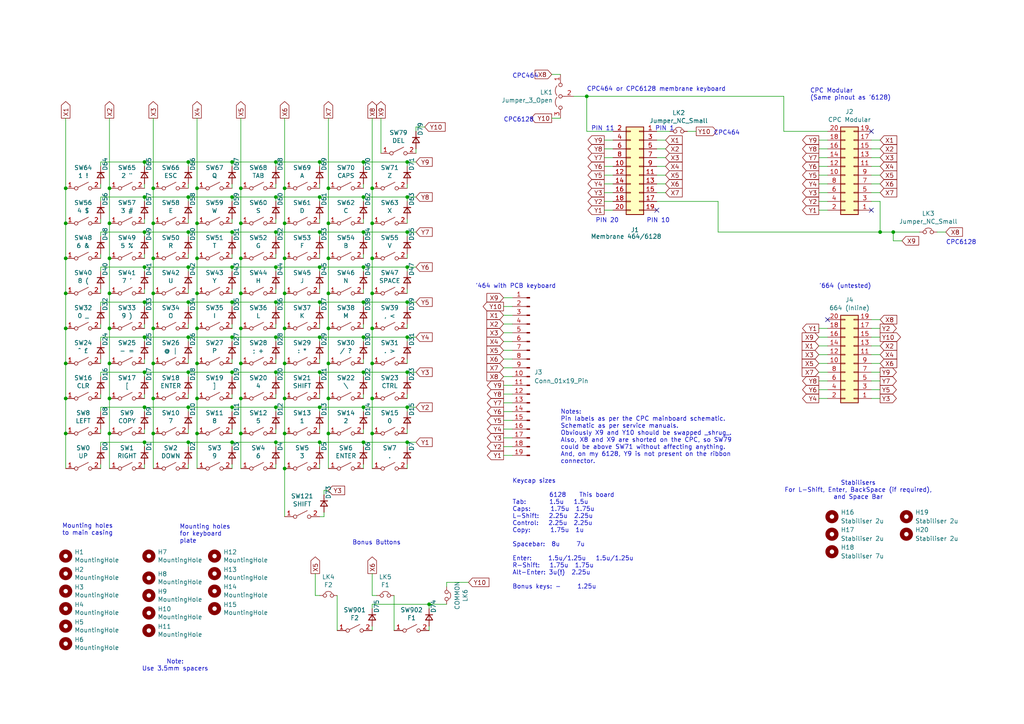
<source format=kicad_sch>
(kicad_sch (version 20231120) (generator "eeschema") (generator_version "8.0")
  (paper "A4")
  (junction (at 105.41 46.99))
  (junction (at 107.95 115.57))
  (junction (at 19.05 125.73))
  (junction (at 118.11 57.15))
  (junction (at 44.45 64.77))
  (junction (at 95.25 125.73))
  (junction (at 107.95 125.73))
  (junction (at 54.61 87.63))
  (junction (at 92.71 67.31))
  (junction (at 57.15 74.93))
  (junction (at 31.75 115.57))
  (junction (at 92.71 107.95))
  (junction (at 31.75 74.93))
  (junction (at 92.71 87.63))
  (junction (at 107.95 74.93))
  (junction (at 41.91 67.31))
  (junction (at 57.15 105.41))
  (junction (at 41.91 87.63))
  (junction (at 107.95 54.61))
  (junction (at 57.15 115.57))
  (junction (at 105.41 128.27))
  (junction (at 92.71 77.47))
  (junction (at 19.05 54.61))
  (junction (at 105.41 97.79))
  (junction (at 82.55 64.77))
  (junction (at 95.25 95.25))
  (junction (at 54.61 67.31))
  (junction (at 44.45 95.25))
  (junction (at 19.05 105.41))
  (junction (at 92.71 118.11))
  (junction (at 54.61 46.99))
  (junction (at 118.11 77.47))
  (junction (at 80.01 67.31))
  (junction (at 19.05 85.09))
  (junction (at 44.45 105.41))
  (junction (at 54.61 128.27))
  (junction (at 54.61 118.11))
  (junction (at 19.05 64.77))
  (junction (at 67.31 57.15))
  (junction (at 54.61 97.79))
  (junction (at 80.01 128.27))
  (junction (at 118.11 67.31))
  (junction (at 69.85 125.73))
  (junction (at 44.45 125.73))
  (junction (at 92.71 46.99))
  (junction (at 80.01 87.63))
  (junction (at 41.91 128.27))
  (junction (at 67.31 107.95))
  (junction (at 105.41 118.11))
  (junction (at 80.01 77.47))
  (junction (at 80.01 57.15))
  (junction (at 82.55 85.09))
  (junction (at 118.11 118.11))
  (junction (at 67.31 87.63))
  (junction (at 31.75 64.77))
  (junction (at 67.31 118.11))
  (junction (at 92.71 97.79))
  (junction (at 118.11 87.63))
  (junction (at 105.41 67.31))
  (junction (at 69.85 74.93))
  (junction (at 80.01 107.95))
  (junction (at 95.25 85.09))
  (junction (at 69.85 64.77))
  (junction (at 41.91 77.47))
  (junction (at 67.31 46.99))
  (junction (at 82.55 125.73))
  (junction (at 69.85 105.41))
  (junction (at 170.18 27.94))
  (junction (at 67.31 128.27))
  (junction (at 54.61 57.15))
  (junction (at 82.55 95.25))
  (junction (at 118.11 128.27))
  (junction (at 107.95 95.25))
  (junction (at 67.31 97.79))
  (junction (at 107.95 105.41))
  (junction (at 41.91 107.95))
  (junction (at 57.15 54.61))
  (junction (at 82.55 54.61))
  (junction (at 54.61 77.47))
  (junction (at 44.45 115.57))
  (junction (at 57.15 125.73))
  (junction (at 105.41 87.63))
  (junction (at 105.41 107.95))
  (junction (at 69.85 85.09))
  (junction (at 31.75 105.41))
  (junction (at 31.75 95.25))
  (junction (at 80.01 97.79))
  (junction (at 95.25 54.61))
  (junction (at 255.27 67.31))
  (junction (at 57.15 85.09))
  (junction (at 19.05 115.57))
  (junction (at 95.25 74.93))
  (junction (at 95.25 105.41))
  (junction (at 118.11 97.79))
  (junction (at 44.45 85.09))
  (junction (at 80.01 46.99))
  (junction (at 259.08 67.31))
  (junction (at 82.55 74.93))
  (junction (at 80.01 118.11))
  (junction (at 82.55 105.41))
  (junction (at 41.91 118.11))
  (junction (at 57.15 64.77))
  (junction (at 41.91 97.79))
  (junction (at 31.75 125.73))
  (junction (at 44.45 54.61))
  (junction (at 107.95 64.77))
  (junction (at 118.11 46.99))
  (junction (at 95.25 115.57))
  (junction (at 92.71 57.15))
  (junction (at 118.11 107.95))
  (junction (at 19.05 74.93))
  (junction (at 41.91 46.99))
  (junction (at 19.05 95.25))
  (junction (at 92.71 128.27))
  (junction (at 67.31 77.47))
  (junction (at 105.41 77.47))
  (junction (at 69.85 95.25))
  (junction (at 82.55 115.57))
  (junction (at 57.15 95.25))
  (junction (at 31.75 54.61))
  (junction (at 107.95 85.09))
  (junction (at 41.91 57.15))
  (junction (at 54.61 107.95))
  (junction (at 105.41 57.15))
  (junction (at 82.55 135.89))
  (junction (at 124.46 175.26))
  (junction (at 95.25 64.77))
  (junction (at 69.85 54.61))
  (junction (at 67.31 67.31))
  (junction (at 31.75 85.09))
  (junction (at 44.45 74.93))
  (junction (at 69.85 115.57))
  (no_connect (at 240.03 92.71))
  (no_connect (at 252.73 60.96))
  (no_connect (at 190.5 60.96))
  (no_connect (at 252.73 38.1))
  (wire (pts (xy 41.91 104.14) (xy 41.91 105.41)))
  (wire (pts (xy 92.71 87.63) (xy 92.71 88.9)))
  (wire (pts (xy 54.61 104.14) (xy 54.61 105.41)))
  (wire (pts (xy 80.01 57.15) (xy 80.01 58.42)))
  (wire (pts (xy 146.05 96.52) (xy 148.59 96.52)))
  (wire (pts (xy 148.59 93.98) (xy 146.05 93.98)))
  (wire (pts (xy 105.41 57.15) (xy 105.41 58.42)))
  (wire (pts (xy 95.25 125.73) (xy 95.25 115.57)))
  (wire (pts (xy 19.05 54.61) (xy 19.05 64.77)))
  (wire (pts (xy 252.73 115.57) (xy 255.27 115.57)))
  (wire (pts (xy 31.75 74.93) (xy 31.75 85.09)))
  (wire (pts (xy 240.03 95.25) (xy 237.49 95.25)))
  (wire (pts (xy 19.05 64.77) (xy 19.05 74.93)))
  (wire (pts (xy 44.45 135.89) (xy 44.45 125.73)))
  (wire (pts (xy 67.31 67.31) (xy 80.01 67.31)))
  (wire (pts (xy 105.41 107.95) (xy 105.41 109.22)))
  (wire (pts (xy 44.45 74.93) (xy 44.45 64.77)))
  (wire (pts (xy 57.15 125.73) (xy 57.15 135.89)))
  (wire (pts (xy 41.91 73.66) (xy 41.91 74.93)))
  (wire (pts (xy 237.49 107.95) (xy 240.03 107.95)))
  (wire (pts (xy 80.01 87.63) (xy 92.71 87.63)))
  (wire (pts (xy 41.91 63.5) (xy 41.91 64.77)))
  (wire (pts (xy 105.41 46.99) (xy 118.11 46.99)))
  (wire (pts (xy 19.05 125.73) (xy 19.05 135.89)))
  (wire (pts (xy 175.26 55.88) (xy 177.8 55.88)))
  (wire (pts (xy 255.27 58.42) (xy 252.73 58.42)))
  (wire (pts (xy 67.31 97.79) (xy 67.31 99.06)))
  (wire (pts (xy 118.11 83.82) (xy 118.11 85.09)))
  (wire (pts (xy 118.11 118.11) (xy 118.11 119.38)))
  (wire (pts (xy 80.01 124.46) (xy 80.01 125.73)))
  (wire (pts (xy 177.8 60.96) (xy 175.26 60.96)))
  (wire (pts (xy 255.27 107.95) (xy 252.73 107.95)))
  (wire (pts (xy 252.73 45.72) (xy 255.27 45.72)))
  (wire (pts (xy 105.41 63.5) (xy 105.41 64.77)))
  (wire (pts (xy 120.65 38.1) (xy 120.65 36.83)))
  (wire (pts (xy 175.26 50.8) (xy 177.8 50.8)))
  (wire (pts (xy 82.55 149.86) (xy 82.55 135.89)))
  (wire (pts (xy 67.31 107.95) (xy 80.01 107.95)))
  (wire (pts (xy 41.91 124.46) (xy 41.91 125.73)))
  (wire (pts (xy 29.21 107.95) (xy 29.21 109.22)))
  (wire (pts (xy 118.11 128.27) (xy 120.65 128.27)))
  (wire (pts (xy 54.61 93.98) (xy 54.61 95.25)))
  (wire (pts (xy 41.91 97.79) (xy 41.91 99.06)))
  (wire (pts (xy 67.31 118.11) (xy 80.01 118.11)))
  (wire (pts (xy 129.54 170.18) (xy 129.54 168.91)))
  (wire (pts (xy 208.28 67.31) (xy 255.27 67.31)))
  (wire (pts (xy 41.91 46.99) (xy 54.61 46.99)))
  (wire (pts (xy 80.01 87.63) (xy 80.01 88.9)))
  (wire (pts (xy 57.15 95.25) (xy 57.15 105.41)))
  (wire (pts (xy 31.75 125.73) (xy 31.75 135.89)))
  (wire (pts (xy 240.03 115.57) (xy 237.49 115.57)))
  (wire (pts (xy 97.79 172.72) (xy 97.79 182.88)))
  (wire (pts (xy 146.05 106.68) (xy 148.59 106.68)))
  (wire (pts (xy 67.31 73.66) (xy 67.31 74.93)))
  (wire (pts (xy 41.91 53.34) (xy 41.91 54.61)))
  (wire (pts (xy 54.61 63.5) (xy 54.61 64.77)))
  (wire (pts (xy 29.21 128.27) (xy 41.91 128.27)))
  (wire (pts (xy 57.15 34.29) (xy 57.15 54.61)))
  (wire (pts (xy 41.91 118.11) (xy 54.61 118.11)))
  (wire (pts (xy 57.15 74.93) (xy 57.15 85.09)))
  (wire (pts (xy 148.59 132.08) (xy 146.05 132.08)))
  (wire (pts (xy 105.41 57.15) (xy 118.11 57.15)))
  (wire (pts (xy 175.26 45.72) (xy 177.8 45.72)))
  (wire (pts (xy 170.18 27.94) (xy 227.33 27.94)))
  (wire (pts (xy 44.45 125.73) (xy 44.45 115.57)))
  (wire (pts (xy 41.91 118.11) (xy 41.91 119.38)))
  (wire (pts (xy 118.11 97.79) (xy 120.65 97.79)))
  (wire (pts (xy 107.95 166.37) (xy 107.95 172.72)))
  (wire (pts (xy 240.03 50.8) (xy 237.49 50.8)))
  (wire (pts (xy 29.21 67.31) (xy 41.91 67.31)))
  (wire (pts (xy 255.27 113.03) (xy 252.73 113.03)))
  (wire (pts (xy 93.98 148.59) (xy 93.98 149.86)))
  (wire (pts (xy 208.28 67.31) (xy 208.28 58.42)))
  (wire (pts (xy 19.05 105.41) (xy 19.05 115.57)))
  (wire (pts (xy 93.98 149.86) (xy 92.71 149.86)))
  (wire (pts (xy 82.55 105.41) (xy 82.55 115.57)))
  (wire (pts (xy 162.56 21.59) (xy 160.02 21.59)))
  (wire (pts (xy 105.41 114.3) (xy 105.41 115.57)))
  (wire (pts (xy 67.31 87.63) (xy 67.31 88.9)))
  (wire (pts (xy 54.61 46.99) (xy 54.61 48.26)))
  (wire (pts (xy 255.27 53.34) (xy 252.73 53.34)))
  (wire (pts (xy 148.59 121.92) (xy 146.05 121.92)))
  (wire (pts (xy 41.91 87.63) (xy 41.91 88.9)))
  (wire (pts (xy 69.85 64.77) (xy 69.85 54.61)))
  (wire (pts (xy 92.71 83.82) (xy 92.71 85.09)))
  (wire (pts (xy 237.49 48.26) (xy 240.03 48.26)))
  (wire (pts (xy 166.37 27.94) (xy 170.18 27.94)))
  (wire (pts (xy 67.31 93.98) (xy 67.31 95.25)))
  (wire (pts (xy 92.71 104.14) (xy 92.71 105.41)))
  (wire (pts (xy 105.41 53.34) (xy 105.41 54.61)))
  (wire (pts (xy 29.21 83.82) (xy 29.21 85.09)))
  (wire (pts (xy 54.61 67.31) (xy 67.31 67.31)))
  (wire (pts (xy 124.46 175.26) (xy 124.46 176.53)))
  (wire (pts (xy 80.01 128.27) (xy 92.71 128.27)))
  (wire (pts (xy 67.31 107.95) (xy 67.31 109.22)))
  (wire (pts (xy 146.05 86.36) (xy 148.59 86.36)))
  (wire (pts (xy 80.01 46.99) (xy 92.71 46.99)))
  (wire (pts (xy 193.04 55.88) (xy 190.5 55.88)))
  (wire (pts (xy 54.61 97.79) (xy 67.31 97.79)))
  (wire (pts (xy 255.27 102.87) (xy 252.73 102.87)))
  (wire (pts (xy 29.21 87.63) (xy 41.91 87.63)))
  (wire (pts (xy 44.45 115.57) (xy 44.45 105.41)))
  (wire (pts (xy 69.85 54.61) (xy 69.85 34.29)))
  (wire (pts (xy 146.05 129.54) (xy 148.59 129.54)))
  (wire (pts (xy 29.21 57.15) (xy 41.91 57.15)))
  (wire (pts (xy 255.27 43.18) (xy 252.73 43.18)))
  (wire (pts (xy 67.31 63.5) (xy 67.31 64.77)))
  (wire (pts (xy 44.45 85.09) (xy 44.45 74.93)))
  (wire (pts (xy 41.91 77.47) (xy 54.61 77.47)))
  (wire (pts (xy 80.01 77.47) (xy 92.71 77.47)))
  (wire (pts (xy 54.61 57.15) (xy 54.61 58.42)))
  (wire (pts (xy 29.21 97.79) (xy 41.91 97.79)))
  (wire (pts (xy 118.11 73.66) (xy 118.11 74.93)))
  (wire (pts (xy 95.25 115.57) (xy 95.25 105.41)))
  (wire (pts (xy 41.91 57.15) (xy 41.91 58.42)))
  (wire (pts (xy 92.71 57.15) (xy 105.41 57.15)))
  (wire (pts (xy 82.55 74.93) (xy 82.55 85.09)))
  (wire (pts (xy 67.31 128.27) (xy 80.01 128.27)))
  (wire (pts (xy 82.55 54.61) (xy 82.55 64.77)))
  (wire (pts (xy 29.21 104.14) (xy 29.21 105.41)))
  (wire (pts (xy 252.73 100.33) (xy 255.27 100.33)))
  (wire (pts (xy 69.85 115.57) (xy 69.85 105.41)))
  (wire (pts (xy 29.21 87.63) (xy 29.21 88.9)))
  (wire (pts (xy 105.41 118.11) (xy 118.11 118.11)))
  (wire (pts (xy 69.85 74.93) (xy 69.85 64.77)))
  (wire (pts (xy 227.33 38.1) (xy 240.03 38.1)))
  (wire (pts (xy 129.54 168.91) (xy 135.89 168.91)))
  (wire (pts (xy 162.56 34.29) (xy 160.02 34.29)))
  (wire (pts (xy 92.71 67.31) (xy 105.41 67.31)))
  (wire (pts (xy 19.05 85.09) (xy 19.05 95.25)))
  (wire (pts (xy 69.85 125.73) (xy 69.85 115.57)))
  (wire (pts (xy 54.61 87.63) (xy 67.31 87.63)))
  (wire (pts (xy 31.75 95.25) (xy 31.75 105.41)))
  (wire (pts (xy 118.11 57.15) (xy 120.65 57.15)))
  (wire (pts (xy 80.01 63.5) (xy 80.01 64.77)))
  (wire (pts (xy 148.59 99.06) (xy 146.05 99.06)))
  (wire (pts (xy 92.71 77.47) (xy 105.41 77.47)))
  (wire (pts (xy 92.71 118.11) (xy 105.41 118.11)))
  (wire (pts (xy 80.01 97.79) (xy 80.01 99.06)))
  (wire (pts (xy 54.61 46.99) (xy 67.31 46.99)))
  (wire (pts (xy 92.71 107.95) (xy 105.41 107.95)))
  (wire (pts (xy 92.71 93.98) (xy 92.71 95.25)))
  (wire (pts (xy 259.08 69.85) (xy 259.08 67.31)))
  (wire (pts (xy 31.75 34.29) (xy 31.75 54.61)))
  (wire (pts (xy 92.71 97.79) (xy 105.41 97.79)))
  (wire (pts (xy 91.44 172.72) (xy 92.71 172.72)))
  (wire (pts (xy 41.91 107.95) (xy 41.91 109.22)))
  (wire (pts (xy 29.21 46.99) (xy 41.91 46.99)))
  (wire (pts (xy 92.71 87.63) (xy 105.41 87.63)))
  (wire (pts (xy 92.71 128.27) (xy 92.71 129.54)))
  (wire (pts (xy 67.31 77.47) (xy 67.31 78.74)))
  (wire (pts (xy 110.49 34.29) (xy 110.49 44.45)))
  (wire (pts (xy 227.33 27.94) (xy 227.33 38.1)))
  (wire (pts (xy 208.28 58.42) (xy 190.5 58.42)))
  (wire (pts (xy 118.11 46.99) (xy 120.65 46.99)))
  (wire (pts (xy 54.61 97.79) (xy 54.61 99.06)))
  (wire (pts (xy 69.85 105.41) (xy 69.85 95.25)))
  (wire (pts (xy 91.44 166.37) (xy 91.44 172.72)))
  (wire (pts (xy 118.11 63.5) (xy 118.11 64.77)))
  (wire (pts (xy 255.27 97.79) (xy 252.73 97.79)))
  (wire (pts (xy 105.41 46.99) (xy 105.41 48.26)))
  (wire (pts (xy 80.01 128.27) (xy 80.01 129.54)))
  (wire (pts (xy 255.27 92.71) (xy 252.73 92.71)))
  (wire (pts (xy 67.31 67.31) (xy 67.31 68.58)))
  (wire (pts (xy 31.75 54.61) (xy 31.75 64.77)))
  (wire (pts (xy 67.31 57.15) (xy 67.31 58.42)))
  (wire (pts (xy 29.21 57.15) (xy 29.21 58.42)))
  (wire (pts (xy 82.55 85.09) (xy 82.55 95.25)))
  (wire (pts (xy 41.91 87.63) (xy 54.61 87.63)))
  (wire (pts (xy 240.03 105.41) (xy 237.49 105.41)))
  (wire (pts (xy 29.21 118.11) (xy 41.91 118.11)))
  (wire (pts (xy 105.41 73.66) (xy 105.41 74.93)))
  (wire (pts (xy 41.91 57.15) (xy 54.61 57.15)))
  (wire (pts (xy 92.71 77.47) (xy 92.71 78.74)))
  (wire (pts (xy 95.25 95.25) (xy 95.25 85.09)))
  (wire (pts (xy 240.03 100.33) (xy 237.49 100.33)))
  (wire (pts (xy 105.41 77.47) (xy 118.11 77.47)))
  (wire (pts (xy 118.11 77.47) (xy 120.65 77.47)))
  (wire (pts (xy 120.65 36.83) (xy 123.19 36.83)))
  (wire (pts (xy 80.01 118.11) (xy 80.01 119.38)))
  (wire (pts (xy 44.45 64.77) (xy 44.45 54.61)))
  (wire (pts (xy 148.59 104.14) (xy 146.05 104.14)))
  (wire (pts (xy 69.85 95.25) (xy 69.85 85.09)))
  (wire (pts (xy 80.01 134.62) (xy 80.01 135.89)))
  (wire (pts (xy 29.21 114.3) (xy 29.21 115.57)))
  (wire (pts (xy 93.98 142.24) (xy 95.25 142.24)))
  (wire (pts (xy 118.11 128.27) (xy 118.11 129.54)))
  (wire (pts (xy 255.27 67.31) (xy 259.08 67.31)))
  (wire (pts (xy 80.01 114.3) (xy 80.01 115.57)))
  (wire (pts (xy 107.95 54.61) (xy 107.95 64.77)))
  (wire (pts (xy 29.21 46.99) (xy 29.21 48.26)))
  (wire (pts (xy 92.71 67.31) (xy 92.71 68.58)))
  (wire (pts (xy 124.46 175.26) (xy 129.54 175.26)))
  (wire (pts (xy 107.95 74.93) (xy 107.95 85.09)))
  (wire (pts (xy 82.55 95.25) (xy 82.55 105.41)))
  (wire (pts (xy 193.04 45.72) (xy 190.5 45.72)))
  (wire (pts (xy 252.73 105.41) (xy 255.27 105.41)))
  (wire (pts (xy 107.95 125.73) (xy 107.95 135.89)))
  (wire (pts (xy 118.11 107.95) (xy 118.11 109.22)))
  (wire (pts (xy 80.01 57.15) (xy 92.71 57.15)))
  (wire (pts (xy 118.11 114.3) (xy 118.11 115.57)))
  (wire (pts (xy 41.91 46.99) (xy 41.91 48.26)))
  (wire (pts (xy 252.73 110.49) (xy 255.27 110.49)))
  (wire (pts (xy 92.71 124.46) (xy 92.71 125.73)))
  (wire (pts (xy 146.05 119.38) (xy 148.59 119.38)))
  (wire (pts (xy 107.95 64.77) (xy 107.95 74.93)))
  (wire (pts (xy 54.61 77.47) (xy 54.61 78.74)))
  (wire (pts (xy 54.61 134.62) (xy 54.61 135.89)))
  (wire (pts (xy 105.41 87.63) (xy 118.11 87.63)))
  (wire (pts (xy 118.11 97.79) (xy 118.11 99.06)))
  (wire (pts (xy 118.11 134.62) (xy 118.11 135.89)))
  (wire (pts (xy 19.05 34.29) (xy 19.05 54.61)))
  (wire (pts (xy 57.15 54.61) (xy 57.15 64.77)))
  (wire (pts (xy 92.71 134.62) (xy 92.71 135.89)))
  (wire (pts (xy 57.15 85.09) (xy 57.15 95.25)))
  (wire (pts (xy 107.95 175.26) (xy 124.46 175.26)))
  (wire (pts (xy 146.05 124.46) (xy 148.59 124.46)))
  (wire (pts (xy 255.27 58.42) (xy 255.27 67.31)))
  (wire (pts (xy 95.25 64.77) (xy 95.25 54.61)))
  (wire (pts (xy 118.11 77.47) (xy 118.11 78.74)))
  (wire (pts (xy 177.8 58.42) (xy 175.26 58.42)))
  (wire (pts (xy 105.41 97.79) (xy 118.11 97.79)))
  (wire (pts (xy 105.41 77.47) (xy 105.41 78.74)))
  (wire (pts (xy 67.31 87.63) (xy 80.01 87.63)))
  (wire (pts (xy 177.8 53.34) (xy 175.26 53.34)))
  (wire (pts (xy 92.71 46.99) (xy 105.41 46.99)))
  (wire (pts (xy 95.25 54.61) (xy 95.25 34.29)))
  (wire (pts (xy 80.01 77.47) (xy 80.01 78.74)))
  (wire (pts (xy 41.91 67.31) (xy 41.91 68.58)))
  (wire (pts (xy 118.11 93.98) (xy 118.11 95.25)))
  (wire (pts (xy 146.05 101.6) (xy 148.59 101.6)))
  (wire (pts (xy 107.95 105.41) (xy 107.95 115.57)))
  (wire (pts (xy 80.01 46.99) (xy 80.01 48.26)))
  (wire (pts (xy 67.31 128.27) (xy 67.31 129.54)))
  (wire (pts (xy 105.41 67.31) (xy 105.41 68.58)))
  (wire (pts (xy 237.49 97.79) (xy 240.03 97.79)))
  (wire (pts (xy 82.55 115.57) (xy 82.55 125.73)))
  (wire (pts (xy 190.5 48.26) (xy 193.04 48.26)))
  (wire (pts (xy 80.01 107.95) (xy 80.01 109.22)))
  (wire (pts (xy 92.71 128.27) (xy 105.41 128.27)))
  (wire (pts (xy 193.04 50.8) (xy 190.5 50.8)))
  (wire (pts (xy 80.01 83.82) (xy 80.01 85.09)))
  (wire (pts (xy 44.45 105.41) (xy 44.45 95.25)))
  (wire (pts (xy 44.45 95.25) (xy 44.45 85.09)))
  (wire (pts (xy 41.91 83.82) (xy 41.91 85.09)))
  (wire (pts (xy 190.5 53.34) (xy 193.04 53.34)))
  (wire (pts (xy 120.65 44.45) (xy 120.65 43.18)))
  (wire (pts (xy 29.21 63.5) (xy 29.21 64.77)))
  (wire (pts (xy 105.41 104.14) (xy 105.41 105.41)))
  (wire (pts (xy 31.75 64.77) (xy 31.75 74.93)))
  (wire (pts (xy 92.71 118.11) (xy 92.71 119.38)))
  (wire (pts (xy 105.41 124.46) (xy 105.41 125.73)))
  (wire (pts (xy 80.01 53.34) (xy 80.01 54.61)))
  (wire (pts (xy 177.8 48.26) (xy 175.26 48.26)))
  (wire (pts (xy 148.59 116.84) (xy 146.05 116.84)))
  (wire (pts (xy 148.59 111.76) (xy 146.05 111.76)))
  (wire (pts (xy 105.41 67.31) (xy 118.11 67.31)))
  (wire (pts (xy 80.01 93.98) (xy 80.01 95.25)))
  (wire (pts (xy 193.04 40.64) (xy 190.5 40.64)))
  (wire (pts (xy 54.61 118.11) (xy 54.61 119.38)))
  (wire (pts (xy 54.61 87.63) (xy 54.61 88.9)))
  (wire (pts (xy 19.05 115.57) (xy 19.05 125.73)))
  (wire (pts (xy 190.5 38.1) (xy 194.31 38.1)))
  (wire (pts (xy 29.21 128.27) (xy 29.21 129.54)))
  (wire (pts (xy 54.61 124.46) (xy 54.61 125.73)))
  (wire (pts (xy 118.11 107.95) (xy 120.65 107.95)))
  (wire (pts (xy 92.71 73.66) (xy 92.71 74.93)))
  (wire (pts (xy 95.25 74.93) (xy 95.25 64.77)))
  (wire (pts (xy 29.21 118.11) (xy 29.21 119.38)))
  (wire (pts (xy 29.21 93.98) (xy 29.21 95.25)))
  (wire (pts (xy 44.45 54.61) (xy 44.45 34.29)))
  (wire (pts (xy 170.18 38.1) (xy 170.18 27.94)))
  (wire (pts (xy 266.7 67.31) (xy 259.08 67.31)))
  (wire (pts (xy 54.61 67.31) (xy 54.61 68.58)))
  (wire (pts (xy 105.41 97.79) (xy 105.41 99.06)))
  (wire (pts (xy 82.55 64.77) (xy 82.55 74.93)))
  (wire (pts (xy 118.11 57.15) (xy 118.11 58.42)))
  (wire (pts (xy 41.91 97.79) (xy 54.61 97.79)))
  (wire (pts (xy 252.73 55.88) (xy 255.27 55.88)))
  (wire (pts (xy 107.95 115.57) (xy 107.95 125.73)))
  (wire (pts (xy 148.59 109.22) (xy 146.05 109.22)))
  (wire (pts (xy 114.3 172.72) (xy 114.3 182.88)))
  (wire (pts (xy 92.71 63.5) (xy 92.71 64.77)))
  (wire (pts (xy 19.05 95.25) (xy 19.05 105.41)))
  (wire (pts (xy 240.03 60.96) (xy 237.49 60.96)))
  (wire (pts (xy 67.31 118.11) (xy 67.31 119.38)))
  (wire (pts (xy 29.21 53.34) (xy 29.21 54.61)))
  (wire (pts (xy 54.61 107.95) (xy 54.61 109.22)))
  (wire (pts (xy 54.61 114.3) (xy 54.61 115.57)))
  (wire (pts (xy 41.91 114.3) (xy 41.91 115.57)))
  (wire (pts (xy 107.95 34.29) (xy 107.95 54.61)))
  (wire (pts (xy 252.73 50.8) (xy 255.27 50.8)))
  (wire (pts (xy 107.95 172.72) (xy 109.22 172.72)))
  (wire (pts (xy 105.41 107.95) (xy 118.11 107.95)))
  (wire (pts (xy 92.71 114.3) (xy 92.71 115.57)))
  (wire (pts (xy 95.25 135.89) (xy 95.25 125.73)))
  (wire (pts (xy 170.18 38.1) (xy 177.8 38.1)))
  (wire (pts (xy 92.71 46.99) (xy 92.71 48.26)))
  (wire (pts (xy 93.98 143.51) (xy 93.98 142.24)))
  (wire (pts (xy 41.91 134.62) (xy 41.91 135.89)))
  (wire (pts (xy 31.75 105.41) (xy 31.75 115.57)))
  (wire (pts (xy 252.73 40.64) (xy 255.27 40.64)))
  (wire (pts (xy 29.21 77.47) (xy 29.21 78.74)))
  (wire (pts (xy 105.41 128.27) (xy 118.11 128.27)))
  (wire (pts (xy 67.31 57.15) (xy 80.01 57.15)))
  (wire (pts (xy 29.21 107.95) (xy 41.91 107.95)))
  (wire (pts (xy 29.21 134.62) (xy 29.21 135.89)))
  (wire (pts (xy 261.62 69.85) (xy 259.08 69.85)))
  (wire (pts (xy 118.11 67.31) (xy 118.11 68.58)))
  (wire (pts (xy 105.41 118.11) (xy 105.41 119.38)))
  (wire (pts (xy 67.31 77.47) (xy 80.01 77.47)))
  (wire (pts (xy 92.71 57.15) (xy 92.71 58.42)))
  (wire (pts (xy 67.31 114.3) (xy 67.31 115.57)))
  (wire (pts (xy 57.15 115.57) (xy 57.15 125.73)))
  (wire (pts (xy 148.59 127) (xy 146.05 127)))
  (wire (pts (xy 41.91 128.27) (xy 54.61 128.27)))
  (wire (pts (xy 57.15 64.77) (xy 57.15 74.93)))
  (wire (pts (xy 148.59 88.9) (xy 146.05 88.9)))
  (wire (pts (xy 80.01 73.66) (xy 80.01 74.93)))
  (wire (pts (xy 54.61 118.11) (xy 67.31 118.11)))
  (wire (pts (xy 80.01 67.31) (xy 80.01 68.58)))
  (wire (pts (xy 124.46 181.61) (xy 124.46 182.88)))
  (wire (pts (xy 41.91 128.27) (xy 41.91 129.54)))
  (wire (pts (xy 80.01 118.11) (xy 92.71 118.11)))
  (wire (pts (xy 29.21 67.31) (xy 29.21 68.58)))
  (wire (pts (xy 54.61 128.27) (xy 54.61 129.54)))
  (wire (pts (xy 237.49 53.34) (xy 240.03 53.34)))
  (wire (pts (xy 67.31 83.82) (xy 67.31 85.09)))
  (wire (pts (xy 54.61 53.34) (xy 54.61 54.61)))
  (wire (pts (xy 271.78 67.31) (xy 274.32 67.31)))
  (wire (pts (xy 67.31 46.99) (xy 67.31 48.26)))
  (wire (pts (xy 237.49 113.03) (xy 240.03 113.03)))
  (wire (pts (xy 177.8 43.18) (xy 175.26 43.18)))
  (wire (pts (xy 237.49 43.18) (xy 240.03 43.18)))
  (wire (pts (xy 41.91 107.95) (xy 54.61 107.95)))
  (wire (pts (xy 92.71 97.79) (xy 92.71 99.06)))
  (wire (pts (xy 255.27 48.26) (xy 252.73 48.26)))
  (wire (pts (xy 95.25 85.09) (xy 95.25 74.93)))
  (wire (pts (xy 54.61 57.15) (xy 67.31 57.15)))
  (wire (pts (xy 41.91 77.47) (xy 41.91 78.74)))
  (wire (pts (xy 67.31 53.34) (xy 67.31 54.61)))
  (wire (pts (xy 240.03 55.88) (xy 237.49 55.88)))
  (wire (pts (xy 57.15 105.41) (xy 57.15 115.57)))
  (wire (pts (xy 82.55 34.29) (xy 82.55 54.61)))
  (wire (pts (xy 118.11 104.14) (xy 118.11 105.41)))
  (wire (pts (xy 69.85 85.09) (xy 69.85 74.93)))
  (wire (pts (xy 107.95 85.09) (xy 107.95 95.25)))
  (wire (pts (xy 118.11 53.34) (xy 118.11 54.61)))
  (wire (pts (xy 54.61 83.82) (xy 54.61 85.09)))
  (wire (pts (xy 54.61 107.95) (xy 67.31 107.95)))
  (wire (pts (xy 29.21 73.66) (xy 29.21 74.93)))
  (wire (pts (xy 199.39 38.1) (xy 201.93 38.1)))
  (wire (pts (xy 237.49 58.42) (xy 240.03 58.42)))
  (wire (pts (xy 118.11 124.46) (xy 118.11 125.73)))
  (wire (pts (xy 31.75 115.57) (xy 31.75 125.73)))
  (wire (pts (xy 41.91 93.98) (xy 41.91 95.25)))
  (wire (pts (xy 118.11 118.11) (xy 120.65 118.11)))
  (wire (pts (xy 67.31 124.46) (xy 67.31 125.73)))
  (wire (pts (xy 67.31 104.14) (xy 67.31 105.41)))
  (wire (pts (xy 67.31 46.99) (xy 80.01 46.99)))
  (wire (pts (xy 105.41 134.62) (xy 105.41 135.89)))
  (wire (pts (xy 146.05 114.3) (xy 148.59 114.3)))
  (wire (pts (xy 240.03 40.64) (xy 237.49 40.64)))
  (wire (pts (xy 190.5 43.18) (xy 193.04 43.18)))
  (wire (pts (xy 105.41 128.27) (xy 105.41 129.54)))
  (wire (pts (xy 31.75 85.09) (xy 31.75 95.25)))
  (wire (pts (xy 80.01 107.95) (xy 92.71 107.95)))
  (wire (pts (xy 107.95 176.53) (xy 107.95 175.26)))
  (wire (pts (xy 175.26 40.64) (xy 177.8 40.64)))
  (wire (pts (xy 240.03 110.49) (xy 237.49 110.49)))
  (wire (pts (xy 240.03 45.72) (xy 237.49 45.72)))
  (wire (pts (xy 118.11 67.31) (xy 120.65 67.31)))
  (wire (pts (xy 118.11 46.99) (xy 118.11 48.26)))
  (wire (pts (xy 146.05 91.44) (xy 148.59 91.44)))
  (wire (pts (xy 80.01 104.14) (xy 80.01 105.41)))
  (wire (pts (xy 54.61 77.47) (xy 67.31 77.47)))
  (wire (pts (xy 29.21 124.46) (xy 29.21 125.73)))
  (wire (pts (xy 105.41 87.63) (xy 105.41 88.9)))
  (wire (pts (xy 80.01 97.79) (xy 92.71 97.79)))
  (wire (pts (xy 92.71 107.95) (xy 92.71 109.22)))
  (wire (pts (xy 118.11 87.63) (xy 120.65 87.63)))
  (wire (pts (xy 41.91 67.31) (xy 54.61 67.31)))
  (wire (pts (xy 29.21 77.47) (xy 41.91 77.47)))
  (wire (pts (xy 29.21 97.79) (xy 29.21 99.06)))
  (wire (pts (xy 54.61 128.27) (xy 67.31 128.27)))
  (wire (pts (xy 237.49 102.87) (xy 240.03 102.87)))
  (wire (pts (xy 67.31 97.79) (xy 80.01 97.79)))
  (wire (pts (xy 54.61 73.66) (xy 54.61 74.93)))
  (wire (pts (xy 69.85 135.89) (xy 69.85 125.73)))
  (wire (pts (xy 80.01 67.31) (xy 92.71 67.31)))
  (wire (pts (xy 92.71 53.34) (xy 92.71 54.61)))
  (wire (pts (xy 252.73 95.25) (xy 255.27 95.25)))
  (wire (pts (xy 105.41 83.82) (xy 105.41 85.09)))
  (wire (pts (xy 105.41 93.98) (xy 105.41 95.25)))
  (wire (pts (xy 82.55 125.73) (xy 82.55 135.89)))
  (wire (pts (xy 118.11 87.63) (xy 118.11 88.9)))
  (wire (pts (xy 107.95 181.61) (xy 107.95 182.88)))
  (wire (pts (xy 95.25 105.41) (xy 95.25 95.25)))
  (wire (pts (xy 67.31 134.62) (xy 67.31 135.89)))
  (wire (pts (xy 107.95 95.25) (xy 107.95 105.41)))
  (wire (pts (xy 19.05 74.93) (xy 19.05 85.09)))
  (text "CPC464" (at 214.63 39.37 0) (effects (font (size 1.27 1.27)) (justify right bottom)))
  (text "PIN 11" (at 171.45 38.1 0) (effects (font (size 1.27 1.27)) (justify left bottom)))
  (text "Mounting holes\nto main casing" (at 25.4 153.67 0) (effects (font (size 1.27 1.27))))
  (text "PIN 10" (at 194.31 64.77 0) (effects (font (size 1.27 1.27)) (justify right bottom)))
  (text "PIN 1" (at 195.58 38.1 0) (effects (font (size 1.27 1.27)) (justify right bottom)))
  (text "CPC464" (at 148.59 22.86 0) (effects (font (size 1.27 1.27)) (justify left bottom)))
  (text "Keycap sizes\n\n           6128    This board\nTab:       1.5u   1.5u\nCaps:      1.75u  1.75u\nL-Shift:   2.25u  2.25u\nControl:   2.25u  2.25u\nCopy:      1.75u  1u\n\nSpacebar:  8u     7u\n\nEnter:     1.5u/1.25u   1.5u/1.25u\nR-Shift:   1.75u  1.75u\nAlt-Enter: 3u(!)  2.25u\n\nBonus keys: -     1.25u" (at 148.59 154.94 0) (effects (font (size 1.27 1.27)) (justify left)))
  (text "CPC6128" (at 146.05 35.56 0) (effects (font (size 1.27 1.27)) (justify left bottom)))
  (text "Stabilisers\nFor L-Shift, Enter, BackSpace (if required),\nand Space Bar" (at 248.92 142.24 0) (effects (font (size 1.27 1.27))))
  (text "Note:\nUse 3.5mm spacers" (at 50.8 193.04 0) (effects (font (size 1.27 1.27))))
  (text "'464 with PCB keyboard" (at 161.29 83.82 0) (effects (font (size 1.27 1.27)) (justify right bottom)))
  (text "Notes:\nPin labels as per the CPC mainboard schematic.\nSchematic as per service manuals.\nObviously X9 and Y10 should be swapped _shrug_.\nAlso, X8 and X9 are shorted on the CPC, so SW79\ncould be above SW71 without affecting anything.\nAnd, on my 6128, Y9 is not present on the ribbon\nconnector." (at 162.56 134.62 0) (effects (font (size 1.27 1.27)) (justify left bottom)))
  (text "'664 (untested)" (at 252.73 83.82 0) (effects (font (size 1.27 1.27)) (justify right bottom)))
  (text "CPC6128" (at 283.21 71.12 0) (effects (font (size 1.27 1.27)) (justify right bottom)))
  (text "Bonus Buttons" (at 109.22 157.48 0) (effects (font (size 1.27 1.27))))
  (text "CPC464 or CPC6128 membrane keyboard" (at 170.18 26.67 0) (effects (font (size 1.27 1.27)) (justify left bottom)))
  (text "CPC Modular\n(Same pinout as '6128)" (at 234.95 29.21 0) (effects (font (size 1.27 1.27)) (justify left bottom)))
  (text "PIN 20" (at 172.72 64.77 0) (effects (font (size 1.27 1.27)) (justify left bottom)))
  (text "Mounting holes\nfor keyboard\nplate" (at 52.07 154.94 0) (effects (font (size 1.27 1.27)) (justify left)))
  (global_label "Y8" (shape input) (at 120.65 57.15 0) (property "Intersheetrefs" "${INTERSHEET_REFS}" (effects (hide yes))))
  (global_label "X3" (shape output) (at 44.45 34.29 90) (property "Intersheetrefs" "${INTERSHEET_REFS}" (effects (hide yes))))
  (global_label "Y10" (shape input) (at 135.89 168.91 0) (property "Intersheetrefs" "${INTERSHEET_REFS}" (effects (hide yes))))
  (global_label "X5" (shape input) (at 255.27 50.8 0) (property "Intersheetrefs" "${INTERSHEET_REFS}" (effects (hide yes))))
  (global_label "X7" (shape input) (at 146.05 106.68 180) (property "Intersheetrefs" "${INTERSHEET_REFS}" (effects (hide yes))))
  (global_label "X8" (shape input) (at 274.32 67.31 0) (property "Intersheetrefs" "${INTERSHEET_REFS}" (effects (hide yes))))
  (global_label "X6" (shape output) (at 107.95 166.37 90) (property "Intersheetrefs" "${INTERSHEET_REFS}" (effects (hide yes))))
  (global_label "X5" (shape output) (at 69.85 34.29 90) (property "Intersheetrefs" "${INTERSHEET_REFS}" (effects (hide yes))))
  (global_label "Y10" (shape output) (at 201.93 38.1 0) (property "Intersheetrefs" "${INTERSHEET_REFS}" (effects (hide yes))))
  (global_label "Y4" (shape input) (at 120.65 97.79 0) (property "Intersheetrefs" "${INTERSHEET_REFS}" (effects (hide yes))))
  (global_label "Y8" (shape output) (at 237.49 43.18 180) (property "Intersheetrefs" "${INTERSHEET_REFS}" (effects (hide yes))))
  (global_label "Y6" (shape output) (at 237.49 113.03 180) (property "Intersheetrefs" "${INTERSHEET_REFS}" (effects (hide yes))))
  (global_label "X9" (shape output) (at 110.49 34.29 90) (property "Intersheetrefs" "${INTERSHEET_REFS}" (effects (hide yes))))
  (global_label "Y6" (shape output) (at 237.49 48.26 180) (property "Intersheetrefs" "${INTERSHEET_REFS}" (effects (hide yes))))
  (global_label "X6" (shape input) (at 255.27 53.34 0) (property "Intersheetrefs" "${INTERSHEET_REFS}" (effects (hide yes))))
  (global_label "Y2" (shape output) (at 255.27 95.25 0) (property "Intersheetrefs" "${INTERSHEET_REFS}" (effects (hide yes))))
  (global_label "X6" (shape input) (at 146.05 104.14 180) (property "Intersheetrefs" "${INTERSHEET_REFS}" (effects (hide yes))))
  (global_label "X4" (shape input) (at 146.05 99.06 180) (property "Intersheetrefs" "${INTERSHEET_REFS}" (effects (hide yes))))
  (global_label "X4" (shape output) (at 57.15 34.29 90) (property "Intersheetrefs" "${INTERSHEET_REFS}" (effects (hide yes))))
  (global_label "X4" (shape input) (at 255.27 102.87 0) (property "Intersheetrefs" "${INTERSHEET_REFS}" (effects (hide yes))))
  (global_label "Y10" (shape output) (at 146.05 88.9 180) (property "Intersheetrefs" "${INTERSHEET_REFS}" (effects (hide yes))))
  (global_label "X5" (shape input) (at 237.49 105.41 180) (property "Intersheetrefs" "${INTERSHEET_REFS}" (effects (hide yes))))
  (global_label "X7" (shape input) (at 193.04 55.88 0) (property "Intersheetrefs" "${INTERSHEET_REFS}" (effects (hide yes))))
  (global_label "Y5" (shape output) (at 237.49 50.8 180) (property "Intersheetrefs" "${INTERSHEET_REFS}" (effects (hide yes))))
  (global_label "Y6" (shape input) (at 120.65 77.47 0) (property "Intersheetrefs" "${INTERSHEET_REFS}" (effects (hide yes))))
  (global_label "Y4" (shape output) (at 237.49 53.34 180) (property "Intersheetrefs" "${INTERSHEET_REFS}" (effects (hide yes))))
  (global_label "Y9" (shape output) (at 146.05 111.76 180) (property "Intersheetrefs" "${INTERSHEET_REFS}" (effects (hide yes))))
  (global_label "Y4" (shape output) (at 237.49 115.57 180) (property "Intersheetrefs" "${INTERSHEET_REFS}" (effects (hide yes))))
  (global_label "X9" (shape input) (at 146.05 86.36 180) (property "Intersheetrefs" "${INTERSHEET_REFS}" (effects (hide yes))))
  (global_label "Y7" (shape input) (at 120.65 67.31 0) (property "Intersheetrefs" "${INTERSHEET_REFS}" (effects (hide yes))))
  (global_label "X9" (shape input) (at 237.49 97.79 180) (property "Intersheetrefs" "${INTERSHEET_REFS}" (effects (hide yes))))
  (global_label "Y8" (shape output) (at 175.26 43.18 180) (property "Intersheetrefs" "${INTERSHEET_REFS}" (effects (hide yes))))
  (global_label "Y9" (shape output) (at 237.49 40.64 180) (property "Intersheetrefs" "${INTERSHEET_REFS}" (effects (hide yes))))
  (global_label "X1" (shape input) (at 146.05 91.44 180) (property "Intersheetrefs" "${INTERSHEET_REFS}" (effects (hide yes))))
  (global_label "Y9" (shape output) (at 255.27 107.95 0) (property "Intersheetrefs" "${INTERSHEET_REFS}" (effects (hide yes))))
  (global_label "X3" (shape input) (at 237.49 102.87 180) (property "Intersheetrefs" "${INTERSHEET_REFS}" (effects (hide yes))))
  (global_label "X5" (shape input) (at 146.05 101.6 180) (property "Intersheetrefs" "${INTERSHEET_REFS}" (effects (hide yes))))
  (global_label "X1" (shape input) (at 237.49 100.33 180) (property "Intersheetrefs" "${INTERSHEET_REFS}" (effects (hide yes))))
  (global_label "Y10" (shape output) (at 160.02 34.29 180) (property "Intersheetrefs" "${INTERSHEET_REFS}" (effects (hide yes))))
  (global_label "Y8" (shape output) (at 146.05 114.3 180) (property "Intersheetrefs" "${INTERSHEET_REFS}" (effects (hide yes))))
  (global_label "Y7" (shape output) (at 146.05 116.84 180) (property "Intersheetrefs" "${INTERSHEET_REFS}" (effects (hide yes))))
  (global_label "Y3" (shape input) (at 95.25 142.24 0) (property "Intersheetrefs" "${INTERSHEET_REFS}" (effects (hide yes))))
  (global_label "X8" (shape input) (at 255.27 92.71 0) (property "Intersheetrefs" "${INTERSHEET_REFS}" (effects (hide yes))))
  (global_label "X6" (shape input) (at 193.04 53.34 0) (property "Intersheetrefs" "${INTERSHEET_REFS}" (effects (hide yes))))
  (global_label "Y6" (shape output) (at 146.05 119.38 180) (property "Intersheetrefs" "${INTERSHEET_REFS}" (effects (hide yes))))
  (global_label "X7" (shape input) (at 237.49 107.95 180) (property "Intersheetrefs" "${INTERSHEET_REFS}" (effects (hide yes))))
  (global_label "X2" (shape input) (at 255.27 43.18 0) (property "Intersheetrefs" "${INTERSHEET_REFS}" (effects (hide yes))))
  (global_label "Y9" (shape output) (at 175.26 40.64 180) (property "Intersheetrefs" "${INTERSHEET_REFS}" (effects (hide yes))))
  (global_label "X8" (shape input) (at 146.05 109.22 180) (property "Intersheetrefs" "${INTERSHEET_REFS}" (effects (hide yes))))
  (global_label "Y7" (shape output) (at 237.49 45.72 180) (property "Intersheetrefs" "${INTERSHEET_REFS}" (effects (hide yes))))
  (global_label "Y9" (shape input) (at 120.65 46.99 0) (property "Intersheetrefs" "${INTERSHEET_REFS}" (effects (hide yes))))
  (global_label "Y1" (shape output) (at 146.05 132.08 180) (property "Intersheetrefs" "${INTERSHEET_REFS}" (effects (hide yes))))
  (global_label "X5" (shape input) (at 193.04 50.8 0) (property "Intersheetrefs" "${INTERSHEET_REFS}" (effects (hide yes))))
  (global_label "X2" (shape input) (at 146.05 93.98 180) (property "Intersheetrefs" "${INTERSHEET_REFS}" (effects (hide yes))))
  (global_label "Y5" (shape input) (at 120.65 87.63 0) (property "Intersheetrefs" "${INTERSHEET_REFS}" (effects (hide yes))))
  (global_label "Y7" (shape output) (at 175.26 45.72 180) (property "Intersheetrefs" "${INTERSHEET_REFS}" (effects (hide yes))))
  (global_label "Y5" (shape output) (at 175.26 50.8 180) (property "Intersheetrefs" "${INTERSHEET_REFS}" (effects (hide yes))))
  (global_label "Y2" (shape output) (at 175.26 58.42 180) (property "Intersheetrefs" "${INTERSHEET_REFS}" (effects (hide yes))))
  (global_label "X1" (shape input) (at 255.27 40.64 0) (property "Intersheetrefs" "${INTERSHEET_REFS}" (effects (hide yes))))
  (global_label "X6" (shape input) (at 255.27 105.41 0) (property "Intersheetrefs" "${INTERSHEET_REFS}" (effects (hide yes))))
  (global_label "X6" (shape output) (at 82.55 34.29 90) (property "Intersheetrefs" "${INTERSHEET_REFS}" (effects (hide yes))))
  (global_label "X7" (shape input) (at 255.27 55.88 0) (property "Intersheetrefs" "${INTERSHEET_REFS}" (effects (hide yes))))
  (global_label "Y5" (shape output) (at 255.27 113.03 0) (property "Intersheetrefs" "${INTERSHEET_REFS}" (effects (hide yes))))
  (global_label "X3" (shape input) (at 255.27 45.72 0) (property "Intersheetrefs" "${INTERSHEET_REFS}" (effects (hide yes))))
  (global_label "Y6" (shape output) (at 175.26 48.26 180) (property "Intersheetrefs" "${INTERSHEET_REFS}" (effects (hide yes))))
  (global_label "Y3" (shape output) (at 237.49 55.88 180) (property "Intersheetrefs" "${INTERSHEET_REFS}" (effects (hide yes))))
  (global_label "X9" (shape input) (at 261.62 69.85 0) (property "Intersheetrefs" "${INTERSHEET_REFS}" (effects (hide yes))))
  (global_label "Y7" (shape output) (at 255.27 110.49 0) (property "Intersheetrefs" "${INTERSHEET_REFS}" (effects (hide yes))))
  (global_label "X5" (shape output) (at 91.44 166.37 90) (property "Intersheetrefs" "${INTERSHEET_REFS}" (effects (hide yes))))
  (global_label "X2" (shape input) (at 193.04 43.18 0) (property "Intersheetrefs" "${INTERSHEET_REFS}" (effects (hide yes))))
  (global_label "Y10" (shape input) (at 123.19 36.83 0) (property "Intersheetrefs" "${INTERSHEET_REFS}" (effects (hide yes))))
  (global_label "X1" (shape output) (at 19.05 34.29 90) (property "Intersheetrefs" "${INTERSHEET_REFS}" (effects (hide yes))))
  (global_label "Y1" (shape output) (at 175.26 60.96 180) (property "Intersheetrefs" "${INTERSHEET_REFS}" (effects (hide yes))))
  (global_label "X1" (shape input) (at 193.04 40.64 0) (property "Intersheetrefs" "${INTERSHEET_REFS}" (effects (hide yes))))
  (global_label "Y3" (shape input) (at 120.65 107.95 0) (property "Intersheetrefs" "${INTERSHEET_REFS}" (effects (hide yes))))
  (global_label "Y3" (shape output) (at 175.26 55.88 180) (property "Intersheetrefs" "${INTERSHEET_REFS}" (effects (hide yes))))
  (global_label "Y4" (shape output) (at 146.05 124.46 180) (property "Intersheetrefs" "${INTERSHEET_REFS}" (effects (hide yes))))
  (global_label "X4" (shape input) (at 193.04 48.26 0) (property "Intersheetrefs" "${INTERSHEET_REFS}" (effects (hide yes))))
  (global_label "Y1" (shape output) (at 237.49 60.96 180) (property "Intersheetrefs" "${INTERSHEET_REFS}" (effects (hide yes))))
  (global_label "Y2" (shape output) (at 146.05 129.54 180) (property "Intersheetrefs" "${INTERSHEET_REFS}" (effects (hide yes))))
  (global_label "Y3" (shape output) (at 146.05 127 180) (property "Intersheetrefs" "${INTERSHEET_REFS}" (effects (hide yes))))
  (global_label "X8" (shape output) (at 107.95 34.29 90) (property "Intersheetrefs" "${INTERSHEET_REFS}" (effects (hide yes))))
  (global_label "Y2" (shape output) (at 237.49 58.42 180) (property "Intersheetrefs" "${INTERSHEET_REFS}" (effects (hide yes))))
  (global_label "X2" (shape output) (at 31.75 34.29 90) (property "Intersheetrefs" "${INTERSHEET_REFS}" (effects (hide yes))))
  (global_label "X2" (shape input) (at 255.27 100.33 0) (property "Intersheetrefs" "${INTERSHEET_REFS}" (effects (hide yes))))
  (global_label "X7" (shape output) (at 95.25 34.29 90) (property "Intersheetrefs" "${INTERSHEET_REFS}" (effects (hide yes))))
  (global_label "Y10" (shape output) (at 255.27 97.79 0) (property "Intersheetrefs" "${INTERSHEET_REFS}" (effects (hide yes))))
  (global_label "Y1" (shape output) (at 237.49 95.25 180) (property "Intersheetrefs" "${INTERSHEET_REFS}" (effects (hide yes))))
  (global_label "Y3" (shape output) (at 255.27 115.57 0) (property "Intersheetrefs" "${INTERSHEET_REFS}" (effects (hide yes))))
  (global_label "X4" (shape input) (at 255.27 48.26 0) (property "Intersheetrefs" "${INTERSHEET_REFS}" (effects (hide yes))))
  (global_label "Y2" (shape input) (at 120.65 118.11 0) (property "Intersheetrefs" "${INTERSHEET_REFS}" (effects (hide yes))))
  (global_label "Y1" (shape input) (at 120.65 128.27 0) (property "Intersheetrefs" "${INTERSHEET_REFS}" (effects (hide yes))))
  (global_label "Y8" (shape output) (at 237.49 110.49 180) (property "Intersheetrefs" "${INTERSHEET_REFS}" (effects (hide yes))))
  (global_label "Y4" (shape output) (at 175.26 53.34 180) (property "Intersheetrefs" "${INTERSHEET_REFS}" (effects (hide yes))))
  (global_label "X3" (shape input) (at 146.05 96.52 180) (property "Intersheetrefs" "${INTERSHEET_REFS}" (effects (hide yes))))
  (global_label "Y5" (shape output) (at 146.05 121.92 180) (property "Intersheetrefs" "${INTERSHEET_REFS}" (effects (hide yes))))
  (global_label "X8" (shape input) (at 160.02 21.59 180) (property "Intersheetrefs" "${INTERSHEET_REFS}" (effects (hide yes))))
  (global_label "X3" (shape input) (at 193.04 45.72 0) (property "Intersheetrefs" "${INTERSHEET_REFS}" (effects (hide yes))))
  (symbol (lib_id "Switch:SW_SPST") (at 115.57 44.45 0) (unit 1)
    (property "Reference" "SW79" (at 115.57 38.481 0))
    (property "Value" "DEL" (at 115.57 40.7924 0))
    (property "Footprint" "Keyswitches:Kailh_socket_MX_optional" (effects (hide yes)))
  )
  (symbol (lib_id "Switch:SW_SPST") (at 24.13 54.61 0) (unit 1)
    (property "Reference" "SW64" (at 24.13 48.641 0))
    (property "Value" "1 !" (at 24.13 50.9524 0))
    (property "Footprint" "Keyswitches:Kailh_socket_MX_optional" (effects (hide yes)))
  )
  (symbol (lib_id "Switch:SW_SPST") (at 24.13 64.77 0) (unit 1)
    (property "Reference" "SW56" (at 24.13 58.801 0))
    (property "Value" "4 $" (at 24.13 61.1124 0))
    (property "Footprint" "Keyswitches:Kailh_socket_MX_optional" (effects (hide yes)))
  )
  (symbol (lib_id "Switch:SW_SPST") (at 24.13 74.93 0) (unit 1)
    (property "Reference" "SW48" (at 24.13 68.961 0))
    (property "Value" "6 &" (at 24.13 71.2724 0))
    (property "Footprint" "Keyswitches:Kailh_socket_MX_optional" (effects (hide yes)))
  )
  (symbol (lib_id "Switch:SW_SPST") (at 24.13 85.09 0) (unit 1)
    (property "Reference" "SW40" (at 24.13 79.121 0))
    (property "Value" "8 (" (at 24.13 81.4324 0))
    (property "Footprint" "Keyswitches:Kailh_socket_MX_optional" (effects (hide yes)))
  )
  (symbol (lib_id "Switch:SW_SPST") (at 24.13 95.25 0) (unit 1)
    (property "Reference" "SW32" (at 24.13 89.281 0))
    (property "Value" "0 _" (at 24.13 91.5924 0))
    (property "Footprint" "Keyswitches:Kailh_socket_MX_optional" (effects (hide yes)))
  )
  (symbol (lib_id "Switch:SW_SPST") (at 24.13 105.41 0) (unit 1)
    (property "Reference" "SW24" (at 24.13 99.441 0))
    (property "Value" "^ £" (at 24.13 101.7524 0))
    (property "Footprint" "Keyswitches:Kailh_socket_MX_optional" (effects (hide yes)))
  )
  (symbol (lib_id "Switch:SW_SPST") (at 24.13 115.57 0) (unit 1)
    (property "Reference" "SW16" (at 24.13 109.601 0))
    (property "Value" "CLR" (at 24.13 111.9124 0))
    (property "Footprint" "Keyswitches:Kailh_socket_MX_optional" (effects (hide yes)))
  )
  (symbol (lib_id "Switch:SW_SPST") (at 24.13 125.73 0) (unit 1)
    (property "Reference" "SW8" (at 24.13 119.761 0))
    (property "Value" "LEFT" (at 24.13 122.0724 0))
    (property "Footprint" "Keyswitches:Kailh_socket_MX_optional" (effects (hide yes)))
  )
  (symbol (lib_id "Switch:SW_SPST") (at 24.13 135.89 0) (unit 1)
    (property "Reference" "SW0" (at 24.13 129.921 0))
    (property "Value" "UP" (at 24.13 132.2324 0))
    (property "Footprint" "Keyswitches:Kailh_socket_MX_optional" (effects (hide yes)))
  )
  (symbol (lib_id "Switch:SW_SPST") (at 36.83 54.61 0) (unit 1)
    (property "Reference" "SW65" (at 36.83 48.641 0))
    (property "Value" "2 \"" (at 36.83 50.9524 0))
    (property "Footprint" "Keyswitches:Kailh_socket_MX_optional" (effects (hide yes)))
  )
  (symbol (lib_id "Switch:SW_SPST") (at 49.53 54.61 0) (unit 1)
    (property "Reference" "SW66" (at 49.53 48.641 0))
    (property "Value" "ESC" (at 49.53 50.9524 0))
    (property "Footprint" "Keyswitches:Kailh_socket_MX_optional" (effects (hide yes)))
  )
  (symbol (lib_id "Switch:SW_SPST") (at 62.23 54.61 0) (unit 1)
    (property "Reference" "SW67" (at 62.23 48.641 0))
    (property "Value" "Q" (at 62.23 50.9524 0))
    (property "Footprint" "Keyswitches:Kailh_socket_MX_optional" (effects (hide yes)))
  )
  (symbol (lib_id "Switch:SW_SPST") (at 74.93 54.61 0) (unit 1)
    (property "Reference" "SW68" (at 74.93 48.641 0))
    (property "Value" "TAB" (at 74.93 50.9524 0))
    (property "Footprint" "Keyswitches:Kailh_socket_MX_optional" (effects (hide yes)))
  )
  (symbol (lib_id "Switch:SW_SPST") (at 87.63 54.61 0) (unit 1)
    (property "Reference" "SW69" (at 87.63 48.641 0))
    (property "Value" "A" (at 87.63 50.9524 0))
    (property "Footprint" "Keyswitches:Kailh_socket_MX_optional" (effects (hide yes)))
  )
  (symbol (lib_id "Switch:SW_SPST") (at 100.33 54.61 0) (unit 1)
    (property "Reference" "SW70" (at 100.33 48.641 0))
    (property "Value" "CAPS" (at 100.33 50.9524 0))
    (property "Footprint" "Keyswitches:Kailh_socket_MX_optional" (effects (hide yes)))
  )
  (symbol (lib_id "Switch:SW_SPST") (at 113.03 54.61 0) (unit 1)
    (property "Reference" "SW71" (at 113.03 48.641 0))
    (property "Value" "Z" (at 113.03 50.9524 0))
    (property "Footprint" "Keyswitches:Kailh_socket_MX_optional" (effects (hide yes)))
  )
  (symbol (lib_id "Switch:SW_SPST") (at 36.83 64.77 0) (unit 1)
    (property "Reference" "SW57" (at 36.83 58.801 0))
    (property "Value" "3 #" (at 36.83 61.1124 0))
    (property "Footprint" "Keyswitches:Kailh_socket_MX_optional" (effects (hide yes)))
  )
  (symbol (lib_id "Switch:SW_SPST") (at 36.83 74.93 0) (unit 1)
    (property "Reference" "SW49" (at 36.83 68.961 0))
    (property "Value" "5 %" (at 36.83 71.2724 0))
    (property "Footprint" "Keyswitches:Kailh_socket_MX_optional" (effects (hide yes)))
  )
  (symbol (lib_id "Switch:SW_SPST") (at 36.83 85.09 0) (unit 1)
    (property "Reference" "SW41" (at 36.83 79.121 0))
    (property "Value" "7 '" (at 36.83 81.4324 0))
    (property "Footprint" "Keyswitches:Kailh_socket_MX_optional" (effects (hide yes)))
  )
  (symbol (lib_id "Switch:SW_SPST") (at 36.83 95.25 0) (unit 1)
    (property "Reference" "SW33" (at 36.83 89.281 0))
    (property "Value" "9 )" (at 36.83 91.5924 0))
    (property "Footprint" "Keyswitches:Kailh_socket_MX_optional" (effects (hide yes)))
  )
  (symbol (lib_id "Switch:SW_SPST") (at 36.83 105.41 0) (unit 1)
    (property "Reference" "SW25" (at 36.83 99.441 0))
    (property "Value" "- =" (at 36.83 101.7524 0))
    (property "Footprint" "Keyswitches:Kailh_socket_MX_optional" (effects (hide yes)))
  )
  (symbol (lib_id "Switch:SW_SPST") (at 36.83 115.57 0) (unit 1)
    (property "Reference" "SW17" (at 36.83 109.601 0))
    (property "Value" "[" (at 36.83 111.9124 0))
    (property "Footprint" "Keyswitches:Kailh_socket_MX_optional" (effects (hide yes)))
  )
  (symbol (lib_id "Switch:SW_SPST") (at 36.83 125.73 0) (unit 1)
    (property "Reference" "SW9" (at 36.83 119.761 0))
    (property "Value" "COPY" (at 36.83 122.0724 0))
    (property "Footprint" "Keyswitches:Kailh_socket_MX_optional" (effects (hide yes)))
  )
  (symbol (lib_id "Switch:SW_SPST") (at 36.83 135.89 0) (unit 1)
    (property "Reference" "SW1" (at 36.83 129.921 0))
    (property "Value" "RIGHT" (at 36.83 132.2324 0))
    (property "Footprint" "Keyswitches:Kailh_socket_MX_optional" (effects (hide yes)))
  )
  (symbol (lib_id "Switch:SW_SPST") (at 49.53 135.89 0) (unit 1)
    (property "Reference" "SW2" (at 49.53 129.921 0))
    (property "Value" "DOWN" (at 49.53 132.2324 0))
    (property "Footprint" "Keyswitches:Kailh_socket_MX_optional" (effects (hide yes)))
  )
  (symbol (lib_id "Switch:SW_SPST") (at 49.53 125.73 0) (unit 1)
    (property "Reference" "SW10" (at 49.53 119.761 0))
    (property "Value" "7" (at 49.53 122.0724 0))
    (property "Footprint" "Keyswitches:Kailh_socket_MX_optional" (effects (hide yes)))
  )
  (symbol (lib_id "Switch:SW_SPST") (at 49.53 115.57 0) (unit 1)
    (property "Reference" "SW18" (at 49.53 109.601 0))
    (property "Value" "ENTER" (at 49.53 111.9124 0))
    (property "Footprint" "Keyswitches:Kailh_socket_MX_optional" (effects (hide yes)))
  )
  (symbol (lib_id "Switch:SW_SPST") (at 49.53 105.41 0) (unit 1)
    (property "Reference" "SW26" (at 49.53 99.441 0))
    (property "Value" "@ |" (at 49.53 101.7524 0))
    (property "Footprint" "Keyswitches:Kailh_socket_MX_optional" (effects (hide yes)))
  )
  (symbol (lib_id "Switch:SW_SPST") (at 49.53 95.25 0) (unit 1)
    (property "Reference" "SW34" (at 49.53 89.281 0))
    (property "Value" "O" (at 49.53 91.5924 0))
    (property "Footprint" "Keyswitches:Kailh_socket_MX_optional" (effects (hide yes)))
  )
  (symbol (lib_id "Switch:SW_SPST") (at 49.53 85.09 0) (unit 1)
    (property "Reference" "SW42" (at 49.53 79.121 0))
    (property "Value" "U" (at 49.53 81.4324 0))
    (property "Footprint" "Keyswitches:Kailh_socket_MX_optional" (effects (hide yes)))
  )
  (symbol (lib_id "Switch:SW_SPST") (at 49.53 74.93 0) (unit 1)
    (property "Reference" "SW50" (at 49.53 68.961 0))
    (property "Value" "R" (at 49.53 71.2724 0))
    (property "Footprint" "Keyswitches:Kailh_socket_MX_optional" (effects (hide yes)))
  )
  (symbol (lib_id "Switch:SW_SPST") (at 49.53 64.77 0) (unit 1)
    (property "Reference" "SW58" (at 49.53 58.801 0))
    (property "Value" "E" (at 49.53 61.1124 0))
    (property "Footprint" "Keyswitches:Kailh_socket_MX_optional" (effects (hide yes)))
  )
  (symbol (lib_id "Switch:SW_SPST") (at 62.23 64.77 0) (unit 1)
    (property "Reference" "SW59" (at 62.23 58.801 0))
    (property "Value" "W" (at 62.23 61.1124 0))
    (property "Footprint" "Keyswitches:Kailh_socket_MX_optional" (effects (hide yes)))
  )
  (symbol (lib_id "Switch:SW_SPST") (at 62.23 74.93 0) (unit 1)
    (property "Reference" "SW51" (at 62.23 68.961 0))
    (property "Value" "T" (at 62.23 71.2724 0))
    (property "Footprint" "Keyswitches:Kailh_socket_MX_optional" (effects (hide yes)))
  )
  (symbol (lib_id "Switch:SW_SPST") (at 62.23 85.09 0) (unit 1)
    (property "Reference" "SW43" (at 62.23 79.121 0))
    (property "Value" "Y" (at 62.23 81.4324 0))
    (property "Footprint" "Keyswitches:Kailh_socket_MX_optional" (effects (hide yes)))
  )
  (symbol (lib_id "Switch:SW_SPST") (at 62.23 95.25 0) (unit 1)
    (property "Reference" "SW35" (at 62.23 89.281 0))
    (property "Value" "I" (at 62.23 91.5924 0))
    (property "Footprint" "Keyswitches:Kailh_socket_MX_optional" (effects (hide yes)))
  )
  (symbol (lib_id "Switch:SW_SPST") (at 62.23 105.41 0) (unit 1)
    (property "Reference" "SW27" (at 62.23 99.441 0))
    (property "Value" "P" (at 62.23 101.7524 0))
    (property "Footprint" "Keyswitches:Kailh_socket_MX_optional" (effects (hide yes)))
  )
  (symbol (lib_id "Switch:SW_SPST") (at 62.23 115.57 0) (unit 1)
    (property "Reference" "SW19" (at 62.23 109.601 0))
    (property "Value" "]" (at 62.23 111.9124 0))
    (property "Footprint" "Keyswitches:Kailh_socket_MX_optional" (effects (hide yes)))
  )
  (symbol (lib_id "Switch:SW_SPST") (at 62.23 125.73 0) (unit 1)
    (property "Reference" "SW11" (at 62.23 119.761 0))
    (property "Value" "8" (at 62.23 122.0724 0))
    (property "Footprint" "Keyswitches:Kailh_socket_MX_optional" (effects (hide yes)))
  )
  (symbol (lib_id "Switch:SW_SPST") (at 62.23 135.89 0) (unit 1)
    (property "Reference" "SW3" (at 62.23 129.921 0))
    (property "Value" "9" (at 62.23 132.2324 0))
    (property "Footprint" "Keyswitches:Kailh_socket_MX_optional" (effects (hide yes)))
  )
  (symbol (lib_id "Switch:SW_SPST") (at 74.93 135.89 0) (unit 1)
    (property "Reference" "SW4" (at 74.93 129.921 0))
    (property "Value" "6" (at 74.93 132.2324 0))
    (property "Footprint" "Keyswitches:Kailh_socket_MX_optional" (effects (hide yes)))
  )
  (symbol (lib_id "Switch:SW_SPST") (at 74.93 125.73 0) (unit 1)
    (property "Reference" "SW12" (at 74.93 119.761 0))
    (property "Value" "5" (at 74.93 122.0724 0))
    (property "Footprint" "Keyswitches:Kailh_socket_MX_optional" (effects (hide yes)))
  )
  (symbol (lib_id "Switch:SW_SPST") (at 74.93 115.57 0) (unit 1)
    (property "Reference" "SW20" (at 74.93 109.601 0))
    (property "Value" "4" (at 74.93 111.9124 0))
    (property "Footprint" "Keyswitches:Kailh_socket_MX_optional" (effects (hide yes)))
  )
  (symbol (lib_id "Switch:SW_SPST") (at 74.93 105.41 0) (unit 1)
    (property "Reference" "SW28" (at 74.93 99.441 0))
    (property "Value" "; +" (at 74.93 101.7524 0))
    (property "Footprint" "Keyswitches:Kailh_socket_MX_optional" (effects (hide yes)))
  )
  (symbol (lib_id "Switch:SW_SPST") (at 74.93 95.25 0) (unit 1)
    (property "Reference" "SW36" (at 74.93 89.281 0))
    (property "Value" "L" (at 74.93 91.5924 0))
    (property "Footprint" "Keyswitches:Kailh_socket_MX_optional" (effects (hide yes)))
  )
  (symbol (lib_id "Switch:SW_SPST") (at 74.93 85.09 0) (unit 1)
    (property "Reference" "SW44" (at 74.93 79.121 0))
    (property "Value" "H" (at 74.93 81.4324 0))
    (property "Footprint" "Keyswitches:Kailh_socket_MX_optional" (effects (hide yes)))
  )
  (symbol (lib_id "Switch:SW_SPST") (at 74.93 74.93 0) (unit 1)
    (property "Reference" "SW52" (at 74.93 68.961 0))
    (property "Value" "G" (at 74.93 71.2724 0))
    (property "Footprint" "Keyswitches:Kailh_socket_MX_optional" (effects (hide yes)))
  )
  (symbol (lib_id "Switch:SW_SPST") (at 74.93 64.77 0) (unit 1)
    (property "Reference" "SW60" (at 74.93 58.801 0))
    (property "Value" "S" (at 74.93 61.1124 0))
    (property "Footprint" "Keyswitches:Kailh_socket_MX_optional" (effects (hide yes)))
  )
  (symbol (lib_id "Switch:SW_SPST") (at 87.63 64.77 0) (unit 1)
    (property "Reference" "SW61" (at 87.63 58.801 0))
    (property "Value" "D" (at 87.63 61.1124 0))
    (property "Footprint" "Keyswitches:Kailh_socket_MX_optional" (effects (hide yes)))
  )
  (symbol (lib_id "Switch:SW_SPST") (at 87.63 74.93 0) (unit 1)
    (property "Reference" "SW53" (at 87.63 68.961 0))
    (property "Value" "F" (at 87.63 71.2724 0))
    (property "Footprint" "Keyswitches:Kailh_socket_MX_optional" (effects (hide yes)))
  )
  (symbol (lib_id "Switch:SW_SPST") (at 87.63 85.09 0) (unit 1)
    (property "Reference" "SW45" (at 87.63 79.121 0))
    (property "Value" "J" (at 87.63 81.4324 0))
    (property "Footprint" "Keyswitches:Kailh_socket_MX_optional" (effects (hide yes)))
  )
  (symbol (lib_id "Switch:SW_SPST") (at 87.63 95.25 0) (unit 1)
    (property "Reference" "SW37" (at 87.63 89.281 0))
    (property "Value" "K" (at 87.63 91.5924 0))
    (property "Footprint" "Keyswitches:Kailh_socket_MX_optional" (effects (hide yes)))
  )
  (symbol (lib_id "Switch:SW_SPST") (at 87.63 105.41 0) (unit 1)
    (property "Reference" "SW29" (at 87.63 99.441 0))
    (property "Value" ": *" (at 87.63 101.7524 0))
    (property "Footprint" "Keyswitches:Kailh_socket_MX_optional" (effects (hide yes)))
  )
  (symbol (lib_id "Switch:SW_SPST") (at 87.63 115.57 0) (unit 1)
    (property "Reference" "SW21" (at 87.63 109.601 0))
    (property "Value" "SHIFT" (at 87.63 111.9124 0))
    (property "Footprint" "Keyswitches:Kailh_socket_MX_optional" (effects (hide yes)))
  )
  (symbol (lib_id "Switch:SW_SPST") (at 87.63 125.73 0) (unit 1)
    (property "Reference" "SW13" (at 87.63 119.761 0))
    (property "Value" "1" (at 87.63 122.0724 0))
    (property "Footprint" "Keyswitches:Kailh_socket_MX_optional" (effects (hide yes)))
  )
  (symbol (lib_id "Switch:SW_SPST") (at 87.63 135.89 0) (unit 1)
    (property "Reference" "SW5" (at 87.63 129.921 0))
    (property "Value" "3" (at 87.63 132.2324 0))
    (property "Footprint" "Keyswitches:Kailh_socket_MX_optional" (effects (hide yes)))
  )
  (symbol (lib_id "Switch:SW_SPST") (at 100.33 135.89 0) (unit 1)
    (property "Reference" "SW6" (at 100.33 129.921 0))
    (property "Value" "ENTER" (at 100.33 132.2324 0))
    (property "Footprint" "Keyswitches:Kailh_socket_MX_optional" (effects (hide yes)))
  )
  (symbol (lib_id "Switch:SW_SPST") (at 100.33 125.73 0) (unit 1)
    (property "Reference" "SW14" (at 100.33 119.761 0))
    (property "Value" "2" (at 100.33 122.0724 0))
    (property "Footprint" "Keyswitches:Kailh_socket_MX_optional" (effects (hide yes)))
  )
  (symbol (lib_id "Switch:SW_SPST") (at 100.33 115.57 0) (unit 1)
    (property "Reference" "SW22" (at 100.33 109.601 0))
    (property "Value" "\\" (at 100.33 111.9124 0))
    (property "Footprint" "Keyswitches:Kailh_socket_MX_optional" (effects (hide yes)))
  )
  (symbol (lib_id "Switch:SW_SPST") (at 100.33 105.41 0) (unit 1)
    (property "Reference" "SW30" (at 100.33 99.441 0))
    (property "Value" "/ ?" (at 100.33 101.7524 0))
    (property "Footprint" "Keyswitches:Kailh_socket_MX_optional" (effects (hide yes)))
  )
  (symbol (lib_id "Switch:SW_SPST") (at 100.33 95.25 0) (unit 1)
    (property "Reference" "SW38" (at 100.33 89.281 0))
    (property "Value" "M" (at 100.33 91.5924 0))
    (property "Footprint" "Keyswitches:Kailh_socket_MX_optional" (effects (hide yes)))
  )
  (symbol (lib_id "Switch:SW_SPST") (at 100.33 85.09 0) (unit 1)
    (property "Reference" "SW46" (at 100.33 79.121 0))
    (property "Value" "N" (at 100.33 81.4324 0))
    (property "Footprint" "Keyswitches:Kailh_socket_MX_optional" (effects (hide yes)))
  )
  (symbol (lib_id "Switch:SW_SPST") (at 100.33 74.93 0) (unit 1)
    (property "Reference" "SW54" (at 100.33 68.961 0))
    (property "Value" "B" (at 100.33 71.2724 0))
    (property "Footprint" "Keyswitches:Kailh_socket_MX_optional" (effects (hide yes)))
  )
  (symbol (lib_id "Switch:SW_SPST") (at 100.33 64.77 0) (unit 1)
    (property "Reference" "SW62" (at 100.33 58.801 0))
    (property "Value" "C" (at 100.33 61.1124 0))
    (property "Footprint" "Keyswitches:Kailh_socket_MX_optional" (effects (hide yes)))
  )
  (symbol (lib_id "Switch:SW_SPST") (at 113.03 64.77 0) (unit 1)
    (property "Reference" "SW63" (at 113.03 58.801 0))
    (property "Value" "X" (at 113.03 61.1124 0))
    (property "Footprint" "Keyswitches:Kailh_socket_MX_optional" (effects (hide yes)))
  )
  (symbol (lib_id "Switch:SW_SPST") (at 113.03 74.93 0) (unit 1)
    (property "Reference" "SW55" (at 113.03 68.961 0))
    (property "Value" "V" (at 113.03 71.2724 0))
    (property "Footprint" "Keyswitches:Kailh_socket_MX_optional" (effects (hide yes)))
  )
  (symbol (lib_id "Switch:SW_SPST") (at 113.03 85.09 0) (unit 1)
    (property "Reference" "SW47" (at 113.03 79.121 0))
    (property "Value" "SPACE" (at 113.03 81.4324 0))
    (property "Footprint" "Keyswitches:Kailh_socket_MX_optional" (effects (hide yes)))
  )
  (symbol (lib_id "Switch:SW_SPST") (at 113.03 95.25 0) (unit 1)
    (property "Reference" "SW39" (at 113.03 89.281 0))
    (property "Value" ", <" (at 113.03 91.5924 0))
    (property "Footprint" "Keyswitches:Kailh_socket_MX_optional" (effects (hide yes)))
  )
  (symbol (lib_id "Switch:SW_SPST") (at 113.03 105.41 0) (unit 1)
    (property "Reference" "SW31" (at 113.03 99.441 0))
    (property "Value" ". >" (at 113.03 101.7524 0))
    (property "Footprint" "Keyswitches:Kailh_socket_MX_optional" (effects (hide yes)))
  )
  (symbol (lib_id "Switch:SW_SPST") (at 113.03 115.57 0) (unit 1)
    (property "Reference" "SW23" (at 113.03 109.601 0))
    (property "Value" "CTRL" (at 113.03 111.9124 0))
    (property "Footprint" "Keyswitches:Kailh_socket_MX_optional" (effects (hide yes)))
  )
  (symbol (lib_id "Switch:SW_SPST") (at 113.03 125.73 0) (unit 1)
    (property "Reference" "SW15" (at 113.03 119.761 0))
    (property "Value" "0" (at 113.03 122.0724 0))
    (property "Footprint" "Keyswitches:Kailh_socket_MX_optional" (effects (hide yes)))
  )
  (symbol (lib_id "Switch:SW_SPST") (at 113.03 135.89 0) (unit 1)
    (property "Reference" "SW7" (at 113.03 129.921 0))
    (property "Value" "." (at 113.03 132.2324 0))
    (property "Footprint" "Keyswitches:Kailh_socket_MX_optional" (effects (hide yes)))
  )
  (symbol (lib_id "Switch:SW_SPST") (at 87.63 149.86 0) (unit 1)
    (property "Reference" "SW121" (at 87.63 143.891 0))
    (property "Value" "SHIFT" (at 87.63 146.2024 0))
    (property "Footprint" "Keyswitches:Kailh_socket_MX_optional" (effects (hide yes)))
  )
  (symbol (lib_id "Keyboard-rescue:Jumper_3_Open-Jumper") (at 162.56 27.94 90) (mirror x) (unit 1)
    (property "Reference" "LK1" (at 160.3502 26.7716 90) (effects (justify left)))
    (property "Value" "Jumper_3_Open" (at 160.3502 29.083 90) (effects (justify left)))
    (property "Footprint" "Connector_PinHeader_2.54mm:PinHeader_1x03_P2.54mm_Vertical" (effects (hide yes)))
  )
  (symbol (lib_id "Keyboard-rescue:Jumper_NC_Small-Device") (at 196.85 38.1 0) (mirror y) (unit 1)
    (property "Reference" "LK2" (at 196.85 32.7152 0))
    (property "Value" "Jumper_NC_Small" (at 196.85 35.0266 0))
    (property "Footprint" "Connector_PinHeader_2.54mm:PinHeader_1x02_P2.54mm_Vertical" (effects (hide yes)))
  )
  (symbol (lib_id "Keyboard-rescue:Jumper_NC_Small-Device") (at 269.24 67.31 0) (mirror y) (unit 1)
    (property "Reference" "LK3" (at 269.24 61.9252 0))
    (property "Value" "Jumper_NC_Small" (at 269.24 64.2366 0))
    (property "Footprint" "Connector_PinHeader_2.54mm:PinHeader_1x02_P2.54mm_Vertical" (effects (hide yes)))
  )
  (symbol (lib_id "Mechanical:MountingHole") (at 19.05 161.29 0) (unit 1)
    (property "Reference" "H1" (at 21.59 160.1216 0) (effects (justify left)))
    (property "Value" "MountingHole" (at 21.59 162.433 0) (effects (justify left)))
    (property "Footprint" "CPC_Keyswitch:MountingHole4.3mmx5.3mmNPTH" (effects (hide yes)))
  )
  (symbol (lib_id "Mechanical:MountingHole") (at 19.05 166.37 0) (unit 1)
    (property "Reference" "H2" (at 21.59 165.2016 0) (effects (justify left)))
    (property "Value" "MountingHole" (at 21.59 167.513 0) (effects (justify left)))
    (property "Footprint" "MountingHole:MountingHole_4.3mm_M4_DIN965" (effects (hide yes)))
  )
  (symbol (lib_id "Mechanical:MountingHole") (at 19.05 171.45 0) (unit 1)
    (property "Reference" "H3" (at 21.59 170.2816 0) (effects (justify left)))
    (property "Value" "MountingHole" (at 21.59 172.593 0) (effects (justify left)))
    (property "Footprint" "CPC_Keyswitch:MountingHole4.3mmx5.3mmNPTH" (effects (hide yes)))
  )
  (symbol (lib_id "Mechanical:MountingHole") (at 19.05 176.53 0) (unit 1)
    (property "Reference" "H4" (at 21.59 175.3616 0) (effects (justify left)))
    (property "Value" "MountingHole" (at 21.59 177.673 0) (effects (justify left)))
    (property "Footprint" "CPC_Keyswitch:MountingHole4.3mmx5.3mmNPTH" (effects (hide yes)))
  )
  (symbol (lib_id "Mechanical:MountingHole") (at 19.05 181.61 0) (unit 1)
    (property "Reference" "H5" (at 21.59 180.4416 0) (effects (justify left)))
    (property "Value" "MountingHole" (at 21.59 182.753 0) (effects (justify left)))
    (property "Footprint" "MountingHole:MountingHole_4.3mm_M4_DIN965" (effects (hide yes)))
  )
  (symbol (lib_id "Mechanical:MountingHole") (at 19.05 186.69 0) (unit 1)
    (property "Reference" "H6" (at 21.59 185.5216 0) (effects (justify left)))
    (property "Value" "MountingHole" (at 21.59 187.833 0) (effects (justify left)))
    (property "Footprint" "CPC_Keyswitch:MountingHole4.3mmx5.3mmNPTH" (effects (hide yes)))
  )
  (symbol (lib_id "Mechanical:MountingHole") (at 43.18 167.64 0) (unit 1)
    (property "Reference" "H8" (at 45.72 166.4716 0) (effects (justify left)))
    (property "Value" "MountingHole" (at 45.72 168.783 0) (effects (justify left)))
    (property "Footprint" "MountingHole:MountingHole_2.2mm_M2_DIN965" (effects (hide yes)))
  )
  (symbol (lib_id "Mechanical:MountingHole") (at 43.18 172.72 0) (unit 1)
    (property "Reference" "H9" (at 45.72 171.5516 0) (effects (justify left)))
    (property "Value" "MountingHole" (at 45.72 173.863 0) (effects (justify left)))
    (property "Footprint" "MountingHole:MountingHole_2.2mm_M2_DIN965" (effects (hide yes)))
  )
  (symbol (lib_id "Mechanical:MountingHole") (at 43.18 177.8 0) (unit 1)
    (property "Reference" "H10" (at 45.72 176.6316 0) (effects (justify left)))
    (property "Value" "MountingHole" (at 45.72 178.943 0) (effects (justify left)))
    (property "Footprint" "MountingHole:MountingHole_2.2mm_M2_DIN965" (effects (hide yes)))
  )
  (symbol (lib_id "Mechanical:MountingHole") (at 62.23 161.29 0) (unit 1)
    (property "Reference" "H12" (at 64.77 160.1216 0) (effects (justify left)))
    (property "Value" "MountingHole" (at 64.77 162.433 0) (effects (justify left)))
    (property "Footprint" "MountingHole:MountingHole_2.2mm_M2_DIN965" (effects (hide yes)))
  )
  (symbol (lib_id "Connector_Generic:Conn_02x10_Odd_Even") (at 247.65 50.8 180) (unit 1)
    (property "Reference" "J2" (at 246.38 32.385 0))
    (property "Value" "CPC Modular" (at 246.38 34.6964 0))
    (property "Footprint" "Connector_IDC:IDC-Header_2x10_P2.54mm_Vertical" (effects (hide yes)))
  )
  (symbol (lib_id "Connector_Generic:Conn_02x10_Odd_Even") (at 185.42 48.26 0) (mirror y) (unit 1)
    (property "Reference" "J1" (at 184.15 66.675 0))
    (property "Value" "Membrane 464/6128" (at 181.61 68.58 0))
    (property "Footprint" "Connector_PinHeader_2.54mm:PinHeader_2x10_P2.54mm_Vertical" (effects (hide yes)))
  )
  (symbol (lib_id "Connector_Generic:Conn_02x10_Odd_Even") (at 247.65 105.41 180) (unit 1) (in_bom no) (on_board no)
    (property "Reference" "J4" (at 246.38 86.995 0))
    (property "Value" "664 (Inline)" (at 246.38 89.3064 0))
    (property "Footprint" "Connector_IDC:IDC-Header_2x10_P2.54mm_Vertical" (effects (hide yes)))
  )
  (symbol (lib_id "Switch:SW_SPST") (at 102.87 182.88 0) (unit 1)
    (property "Reference" "SW901" (at 102.87 176.911 0))
    (property "Value" "F2" (at 102.87 179.2224 0))
    (property "Footprint" "Keyswitches:Kailh_socket_MX_optional" (effects (hide yes)))
  )
  (symbol (lib_id "Keyboard-rescue:Jumper_NC_Small-Device") (at 129.54 172.72 270) (mirror x) (unit 1)
    (property "Reference" "LK6" (at 134.9248 172.72 0))
    (property "Value" "COMMON" (at 132.6134 172.72 0))
    (property "Footprint" "Connector_PinHeader_2.54mm:PinHeader_1x02_P2.54mm_Vertical" (effects (hide yes)))
  )
  (symbol (lib_id "Device:D_Small") (at 92.71 121.92 270) (unit 1)
    (property "Reference" "D13" (at 93.98 120.65 0) (effects (justify right)))
    (property "Value" "1N4148" (effects (hide yes)))
    (property "Footprint" "CPC_Keyswitch:D_SOD-123-Handsolder" (effects (hide yes)))
    (property "Description" "Diode, small symbol" (effects (hide yes)))
    (property "Sim.Device" "D" (effects (hide yes)))
    (property "Sim.Pins" "1=K 2=A" (effects (hide yes)))
  )
  (symbol (lib_id "Device:D_Small") (at 54.61 50.8 270) (unit 1)
    (property "Reference" "D66" (at 55.88 49.53 0) (effects (justify right)))
    (property "Value" "1N4148" (effects (hide yes)))
    (property "Footprint" "CPC_Keyswitch:D_SOD-123-Handsolder" (effects (hide yes)))
    (property "Description" "Diode, small symbol" (effects (hide yes)))
    (property "Sim.Device" "D" (effects (hide yes)))
    (property "Sim.Pins" "1=K 2=A" (effects (hide yes)))
  )
  (symbol (lib_id "Device:D_Small") (at 80.01 111.76 270) (unit 1)
    (property "Reference" "D20" (at 81.28 110.49 0) (effects (justify right)))
    (property "Value" "1N4148" (effects (hide yes)))
    (property "Footprint" "CPC_Keyswitch:D_SOD-123-Handsolder" (effects (hide yes)))
    (property "Description" "Diode, small symbol" (effects (hide yes)))
    (property "Sim.Device" "D" (effects (hide yes)))
    (property "Sim.Pins" "1=K 2=A" (effects (hide yes)))
  )
  (symbol (lib_id "Device:D_Small") (at 67.31 71.12 270) (unit 1)
    (property "Reference" "D51" (at 68.58 69.85 0) (effects (justify right)))
    (property "Value" "1N4148" (effects (hide yes)))
    (property "Footprint" "CPC_Keyswitch:D_SOD-123-Handsolder" (effects (hide yes)))
    (property "Description" "Diode, small symbol" (effects (hide yes)))
    (property "Sim.Device" "D" (effects (hide yes)))
    (property "Sim.Pins" "1=K 2=A" (effects (hide yes)))
  )
  (symbol (lib_id "Device:D_Small") (at 105.41 81.28 270) (unit 1)
    (property "Reference" "D46" (at 106.68 80.01 0) (effects (justify right)))
    (property "Value" "1N4148" (effects (hide yes)))
    (property "Footprint" "CPC_Keyswitch:D_SOD-123-Handsolder" (effects (hide yes)))
    (property "Description" "Diode, small symbol" (effects (hide yes)))
    (property "Sim.Device" "D" (effects (hide yes)))
    (property "Sim.Pins" "1=K 2=A" (effects (hide yes)))
  )
  (symbol (lib_id "Device:D_Small") (at 118.11 60.96 270) (unit 1)
    (property "Reference" "D63" (at 119.38 59.69 0) (effects (justify right)))
    (property "Value" "1N4148" (effects (hide yes)))
    (property "Footprint" "CPC_Keyswitch:D_SOD-123-Handsolder" (effects (hide yes)))
    (property "Description" "Diode, small symbol" (effects (hide yes)))
    (property "Sim.Device" "D" (effects (hide yes)))
    (property "Sim.Pins" "1=K 2=A" (effects (hide yes)))
  )
  (symbol (lib_id "Device:D_Small") (at 80.01 81.28 270) (unit 1)
    (property "Reference" "D44" (at 81.28 80.01 0) (effects (justify right)))
    (property "Value" "1N4148" (effects (hide yes)))
    (property "Footprint" "CPC_Keyswitch:D_SOD-123-Handsolder" (effects (hide yes)))
    (property "Description" "Diode, small symbol" (effects (hide yes)))
    (property "Sim.Device" "D" (effects (hide yes)))
    (property "Sim.Pins" "1=K 2=A" (effects (hide yes)))
  )
  (symbol (lib_id "Device:D_Small") (at 105.41 121.92 270) (unit 1)
    (property "Reference" "D14" (at 106.68 120.65 0) (effects (justify right)))
    (property "Value" "1N4148" (effects (hide yes)))
    (property "Footprint" "CPC_Keyswitch:D_SOD-123-Handsolder" (effects (hide yes)))
    (property "Description" "Diode, small symbol" (effects (hide yes)))
    (property "Sim.Device" "D" (effects (hide yes)))
    (property "Sim.Pins" "1=K 2=A" (effects (hide yes)))
  )
  (symbol (lib_id "Device:D_Small") (at 105.41 50.8 270) (unit 1)
    (property "Reference" "D70" (at 106.68 49.53 0) (effects (justify right)))
    (property "Value" "1N4148" (effects (hide yes)))
    (property "Footprint" "CPC_Keyswitch:D_SOD-123-Handsolder" (effects (hide yes)))
    (property "Description" "Diode, small symbol" (effects (hide yes)))
    (property "Sim.Device" "D" (effects (hide yes)))
    (property "Sim.Pins" "1=K 2=A" (effects (hide yes)))
  )
  (symbol (lib_id "Device:D_Small") (at 67.31 121.92 270) (unit 1)
    (property "Reference" "D11" (at 68.58 120.65 0) (effects (justify right)))
    (property "Value" "1N4148" (effects (hide yes)))
    (property "Footprint" "CPC_Keyswitch:D_SOD-123-Handsolder" (effects (hide yes)))
    (property "Description" "Diode, small symbol" (effects (hide yes)))
    (property "Sim.Device" "D" (effects (hide yes)))
    (property "Sim.Pins" "1=K 2=A" (effects (hide yes)))
  )
  (symbol (lib_id "Device:D_Small") (at 80.01 91.44 270) (unit 1)
    (property "Reference" "D36" (at 81.28 90.17 0) (effects (justify right)))
    (property "Value" "1N4148" (effects (hide yes)))
    (property "Footprint" "CPC_Keyswitch:D_SOD-123-Handsolder" (effects (hide yes)))
    (property "Description" "Diode, small symbol" (effects (hide yes)))
    (property "Sim.Device" "D" (effects (hide yes)))
    (property "Sim.Pins" "1=K 2=A" (effects (hide yes)))
  )
  (symbol (lib_id "Device:D_Small") (at 67.31 111.76 270) (unit 1)
    (property "Reference" "D19" (at 68.58 110.49 0) (effects (justify right)))
    (property "Value" "1N4148" (effects (hide yes)))
    (property "Footprint" "CPC_Keyswitch:D_SOD-123-Handsolder" (effects (hide yes)))
    (property "Description" "Diode, small symbol" (effects (hide yes)))
    (property "Sim.Device" "D" (effects (hide yes)))
    (property "Sim.Pins" "1=K 2=A" (effects (hide yes)))
  )
  (symbol (lib_id "Device:D_Small") (at 118.11 132.08 270) (unit 1)
    (property "Reference" "D7" (at 119.38 130.81 0) (effects (justify right)))
    (property "Value" "1N4148" (effects (hide yes)))
    (property "Footprint" "CPC_Keyswitch:D_SOD-123-Handsolder" (effects (hide yes)))
    (property "Description" "Diode, small symbol" (effects (hide yes)))
    (property "Sim.Device" "D" (effects (hide yes)))
    (property "Sim.Pins" "1=K 2=A" (effects (hide yes)))
  )
  (symbol (lib_id "Device:D_Small") (at 41.91 81.28 270) (unit 1)
    (property "Reference" "D41" (at 43.18 80.01 0) (effects (justify right)))
    (property "Value" "1N4148" (effects (hide yes)))
    (property "Footprint" "CPC_Keyswitch:D_SOD-123-Handsolder" (effects (hide yes)))
    (property "Description" "Diode, small symbol" (effects (hide yes)))
    (property "Sim.Device" "D" (effects (hide yes)))
    (property "Sim.Pins" "1=K 2=A" (effects (hide yes)))
  )
  (symbol (lib_id "Device:D_Small") (at 105.41 101.6 270) (unit 1)
    (property "Reference" "D30" (at 106.68 100.33 0) (effects (justify right)))
    (property "Value" "1N4148" (effects (hide yes)))
    (property "Footprint" "CPC_Keyswitch:D_SOD-123-Handsolder" (effects (hide yes)))
    (property "Description" "Diode, small symbol" (effects (hide yes)))
    (property "Sim.Device" "D" (effects (hide yes)))
    (property "Sim.Pins" "1=K 2=A" (effects (hide yes)))
  )
  (symbol (lib_id "Device:D_Small") (at 92.71 60.96 270) (unit 1)
    (property "Reference" "D61" (at 93.98 59.69 0) (effects (justify right)))
    (property "Value" "1N4148" (effects (hide yes)))
    (property "Footprint" "CPC_Keyswitch:D_SOD-123-Handsolder" (effects (hide yes)))
    (property "Description" "Diode, small symbol" (effects (hide yes)))
    (property "Sim.Device" "D" (effects (hide yes)))
    (property "Sim.Pins" "1=K 2=A" (effects (hide yes)))
  )
  (symbol (lib_id "Device:D_Small") (at 92.71 132.08 270) (unit 1)
    (property "Reference" "D5" (at 93.98 130.81 0) (effects (justify right)))
    (property "Value" "1N4148" (effects (hide yes)))
    (property "Footprint" "CPC_Keyswitch:D_SOD-123-Handsolder" (effects (hide yes)))
    (property "Description" "Diode, small symbol" (effects (hide yes)))
    (property "Sim.Device" "D" (effects (hide yes)))
    (property "Sim.Pins" "1=K 2=A" (effects (hide yes)))
  )
  (symbol (lib_id "Device:D_Small") (at 67.31 60.96 270) (unit 1)
    (property "Reference" "D59" (at 68.58 59.69 0) (effects (justify right)))
    (property "Value" "1N4148" (effects (hide yes)))
    (property "Footprint" "CPC_Keyswitch:D_SOD-123-Handsolder" (effects (hide yes)))
    (property "Description" "Diode, small symbol" (effects (hide yes)))
    (property "Sim.Device" "D" (effects (hide yes)))
    (property "Sim.Pins" "1=K 2=A" (effects (hide yes)))
  )
  (symbol (lib_id "Device:D_Small") (at 54.61 91.44 270) (unit 1)
    (property "Reference" "D34" (at 55.88 90.17 0) (effects (justify right)))
    (property "Value" "1N4148" (effects (hide yes)))
    (property "Footprint" "CPC_Keyswitch:D_SOD-123-Handsolder" (effects (hide yes)))
    (property "Description" "Diode, small symbol" (effects (hide yes)))
    (property "Sim.Device" "D" (effects (hide yes)))
    (property "Sim.Pins" "1=K 2=A" (effects (hide yes)))
  )
  (symbol (lib_id "Device:D_Small") (at 105.41 132.08 270) (unit 1)
    (property "Reference" "D6" (at 106.68 130.81 0) (effects (justify right)))
    (property "Value" "1N4148" (effects (hide yes)))
    (property "Footprint" "CPC_Keyswitch:D_SOD-123-Handsolder" (effects (hide yes)))
    (property "Description" "Diode, small symbol" (effects (hide yes)))
    (property "Sim.Device" "D" (effects (hide yes)))
    (property "Sim.Pins" "1=K 2=A" (effects (hide yes)))
  )
  (symbol (lib_id "Device:D_Small") (at 67.31 50.8 270) (unit 1)
    (property "Reference" "D67" (at 68.58 49.53 0) (effects (justify right)))
    (property "Value" "1N4148" (effects (hide yes)))
    (property "Footprint" "CPC_Keyswitch:D_SOD-123-Handsolder" (effects (hide yes)))
    (property "Description" "Diode, small symbol" (effects (hide yes)))
    (property "Sim.Device" "D" (effects (hide yes)))
    (property "Sim.Pins" "1=K 2=A" (effects (hide yes)))
  )
  (symbol (lib_id "Device:D_Small") (at 67.31 101.6 270) (unit 1)
    (property "Reference" "D27" (at 68.58 100.33 0) (effects (justify right)))
    (property "Value" "1N4148" (effects (hide yes)))
    (property "Footprint" "CPC_Keyswitch:D_SOD-123-Handsolder" (effects (hide yes)))
    (property "Description" "Diode, small symbol" (effects (hide yes)))
    (property "Sim.Device" "D" (effects (hide yes)))
    (property "Sim.Pins" "1=K 2=A" (effects (hide yes)))
  )
  (symbol (lib_id "Device:D_Small") (at 41.91 91.44 270) (unit 1)
    (property "Reference" "D33" (at 43.18 90.17 0) (effects (justify right)))
    (property "Value" "1N4148" (effects (hide yes)))
    (property "Footprint" "CPC_Keyswitch:D_SOD-123-Handsolder" (effects (hide yes)))
    (property "Description" "Diode, small symbol" (effects (hide yes)))
    (property "Sim.Device" "D" (effects (hide yes)))
    (property "Sim.Pins" "1=K 2=A" (effects (hide yes)))
  )
  (symbol (lib_id "Device:D_Small") (at 118.11 121.92 270) (unit 1)
    (property "Reference" "D15" (at 119.38 120.65 0) (effects (justify right)))
    (property "Value" "1N4148" (effects (hide yes)))
    (property "Footprint" "CPC_Keyswitch:D_SOD-123-Handsolder" (effects (hide yes)))
    (property "Description" "Diode, small symbol" (effects (hide yes)))
    (property "Sim.Device" "D" (effects (hide yes)))
    (property "Sim.Pins" "1=K 2=A" (effects (hide yes)))
  )
  (symbol (lib_id "Device:D_Small") (at 80.01 60.96 270) (unit 1)
    (property "Reference" "D60" (at 81.28 59.69 0) (effects (justify right)))
    (property "Value" "1N4148" (effects (hide yes)))
    (property "Footprint" "CPC_Keyswitch:D_SOD-123-Handsolder" (effects (hide yes)))
    (property "Description" "Diode, small symbol" (effects (hide yes)))
    (property "Sim.Device" "D" (effects (hide yes)))
    (property "Sim.Pins" "1=K 2=A" (effects (hide yes)))
  )
  (symbol (lib_id "Device:D_Small") (at 54.61 121.92 270) (unit 1)
    (property "Reference" "D10" (at 55.88 120.65 0) (effects (justify right)))
    (property "Value" "1N4148" (effects (hide yes)))
    (property "Footprint" "CPC_Keyswitch:D_SOD-123-Handsolder" (effects (hide yes)))
    (property "Description" "Diode, small symbol" (effects (hide yes)))
    (property "Sim.Device" "D" (effects (hide yes)))
    (property "Sim.Pins" "1=K 2=A" (effects (hide yes)))
  )
  (symbol (lib_id "Device:D_Small") (at 92.71 81.28 270) (unit 1)
    (property "Reference" "D45" (at 93.98 80.01 0) (effects (justify right)))
    (property "Value" "1N4148" (effects (hide yes)))
    (property "Footprint" "CPC_Keyswitch:D_SOD-123-Handsolder" (effects (hide yes)))
    (property "Description" "Diode, small symbol" (effects (hide yes)))
    (property "Sim.Device" "D" (effects (hide yes)))
    (property "Sim.Pins" "1=K 2=A" (effects (hide yes)))
  )
  (symbol (lib_id "Device:D_Small") (at 29.21 50.8 270) (unit 1)
    (property "Reference" "D64" (at 30.48 49.53 0) (effects (justify right)))
    (property "Value" "1N4148" (effects (hide yes)))
    (property "Footprint" "CPC_Keyswitch:D_SOD-123-Handsolder" (effects (hide yes)))
    (property "Description" "Diode, small symbol" (effects (hide yes)))
    (property "Sim.Device" "D" (effects (hide yes)))
    (property "Sim.Pins" "1=K 2=A" (effects (hide yes)))
  )
  (symbol (lib_id "Device:D_Small") (at 41.91 121.92 270) (unit 1)
    (property "Reference" "D9" (at 43.18 120.65 0) (effects (justify right)))
    (property "Value" "1N4148" (effects (hide yes)))
    (property "Footprint" "CPC_Keyswitch:D_SOD-123-Handsolder" (effects (hide yes)))
    (property "Description" "Diode, small symbol" (effects (hide yes)))
    (property "Sim.Device" "D" (effects (hide yes)))
    (property "Sim.Pins" "1=K 2=A" (effects (hide yes)))
  )
  (symbol (lib_id "Device:D_Small") (at 54.61 101.6 270) (unit 1)
    (property "Reference" "D26" (at 55.88 100.33 0) (effects (justify right)))
    (property "Value" "1N4148" (effects (hide yes)))
    (property "Footprint" "CPC_Keyswitch:D_SOD-123-Handsolder" (effects (hide yes)))
    (property "Description" "Diode, small symbol" (effects (hide yes)))
    (property "Sim.Device" "D" (effects (hide yes)))
    (property "Sim.Pins" "1=K 2=A" (effects (hide yes)))
  )
  (symbol (lib_id "Mechanical:MountingHole") (at 241.3 149.86 0) (unit 1) (exclude_from_sim yes) (in_bom no)
    (property "Reference" "H16" (at 243.84 148.5899 0) (effects (justify left)))
    (property "Value" "Stabiliser 2u" (at 243.84 151.1299 0) (effects (justify left)))
    (property "Footprint" "Keyswitches:Stabilizer_MX_2u" (effects (hide yes)))
    (property "Description" "Mounting Hole without connection" (effects (hide yes)))
  )
  (symbol (lib_id "Device:D_Small") (at 80.01 132.08 270) (unit 1)
    (property "Reference" "D4" (at 81.28 130.81 0) (effects (justify right)))
    (property "Value" "1N4148" (effects (hide yes)))
    (property "Footprint" "CPC_Keyswitch:D_SOD-123-Handsolder" (effects (hide yes)))
    (property "Description" "Diode, small symbol" (effects (hide yes)))
    (property "Sim.Device" "D" (effects (hide yes)))
    (property "Sim.Pins" "1=K 2=A" (effects (hide yes)))
  )
  (symbol (lib_id "Device:D_Small") (at 29.21 121.92 270) (unit 1)
    (property "Reference" "D8" (at 30.48 120.65 0) (effects (justify right)))
    (property "Value" "1N4148" (effects (hide yes)))
    (property "Footprint" "CPC_Keyswitch:D_SOD-123-Handsolder" (effects (hide yes)))
    (property "Description" "Diode, small symbol" (effects (hide yes)))
    (property "Sim.Device" "D" (effects (hide yes)))
    (property "Sim.Pins" "1=K 2=A" (effects (hide yes)))
  )
  (symbol (lib_id "Device:D_Small") (at 105.41 91.44 270) (unit 1)
    (property "Reference" "D38" (at 106.68 90.17 0) (effects (justify right)))
    (property "Value" "1N4148" (effects (hide yes)))
    (property "Footprint" "CPC_Keyswitch:D_SOD-123-Handsolder" (effects (hide yes)))
    (property "Description" "Diode, small symbol" (effects (hide yes)))
    (property "Sim.Device" "D" (effects (hide yes)))
    (property "Sim.Pins" "1=K 2=A" (effects (hide yes)))
  )
  (symbol (lib_id "Device:D_Small") (at 67.31 81.28 270) (unit 1)
    (property "Reference" "D43" (at 68.58 80.01 0) (effects (justify right)))
    (property "Value" "1N4148" (effects (hide yes)))
    (property "Footprint" "CPC_Keyswitch:D_SOD-123-Handsolder" (effects (hide yes)))
    (property "Description" "Diode, small symbol" (effects (hide yes)))
    (property "Sim.Device" "D" (effects (hide yes)))
    (property "Sim.Pins" "1=K 2=A" (effects (hide yes)))
  )
  (symbol (lib_id "Device:D_Small") (at 92.71 91.44 270) (unit 1)
    (property "Reference" "D37" (at 93.98 90.17 0) (effects (justify right)))
    (property "Value" "1N4148" (effects (hide yes)))
    (property "Footprint" "CPC_Keyswitch:D_SOD-123-Handsolder" (effects (hide yes)))
    (property "Description" "Diode, small symbol" (effects (hide yes)))
    (property "Sim.Device" "D" (effects (hide yes)))
    (property "Sim.Pins" "1=K 2=A" (effects (hide yes)))
  )
  (symbol (lib_id "Device:D_Small") (at 54.61 60.96 270) (unit 1)
    (property "Reference" "D58" (at 55.88 59.69 0) (effects (justify right)))
    (property "Value" "1N4148" (effects (hide yes)))
    (property "Footprint" "CPC_Keyswitch:D_SOD-123-Handsolder" (effects (hide yes)))
    (property "Description" "Diode, small symbol" (effects (hide yes)))
    (property "Sim.Device" "D" (effects (hide yes)))
    (property "Sim.Pins" "1=K 2=A" (effects (hide yes)))
  )
  (symbol (lib_id "Device:D_Small") (at 67.31 132.08 270) (unit 1)
    (property "Reference" "D3" (at 68.58 130.81 0) (effects (justify right)))
    (property "Value" "1N4148" (effects (hide yes)))
    (property "Footprint" "CPC_Keyswitch:D_SOD-123-Handsolder" (effects (hide yes)))
    (property "Description" "Diode, small symbol" (effects (hide yes)))
    (property "Sim.Device" "D" (effects (hide yes)))
    (property "Sim.Pins" "1=K 2=A" (effects (hide yes)))
  )
  (symbol (lib_id "Device:D_Small") (at 29.21 132.08 270) (unit 1)
    (property "Reference" "D0" (at 30.48 130.81 0) (effects (justify right)))
    (property "Value" "1N4148" (effects (hide yes)))
    (property "Footprint" "CPC_Keyswitch:D_SOD-123-Handsolder" (effects (hide yes)))
    (property "Description" "Diode, small symbol" (effects (hide yes)))
    (property "Sim.Device" "D" (effects (hide yes)))
    (property "Sim.Pins" "1=K 2=A" (effects (hide yes)))
  )
  (symbol (lib_id "Device:D_Small") (at 80.01 50.8 270) (unit 1)
    (property "Reference" "D68" (at 81.28 49.53 0) (effects (justify right)))
    (property "Value" "1N4148" (effects (hide yes)))
    (property "Footprint" "CPC_Keyswitch:D_SOD-123-Handsolder" (effects (hide yes)))
    (property "Description" "Diode, small symbol" (effects (hide yes)))
    (property "Sim.Device" "D" (effects (hide yes)))
    (property "Sim.Pins" "1=K 2=A" (effects (hide yes)))
  )
  (symbol (lib_id "Device:D_Small") (at 105.41 111.76 270) (unit 1)
    (property "Reference" "D22" (at 106.68 110.49 0) (effects (justify right)))
    (property "Value" "1N4148" (effects (hide yes)))
    (property "Footprint" "CPC_Keyswitch:D_SOD-123-Handsolder" (effects (hide yes)))
    (property "Description" "Diode, small symbol" (effects (hide yes)))
    (property "Sim.Device" "D" (effects (hide yes)))
    (property "Sim.Pins" "1=K 2=A" (effects (hide yes)))
  )
  (symbol (lib_id "Device:D_Small") (at 107.95 179.07 270) (unit 1)
    (property "Reference" "D75" (at 109.22 177.8 0) (effects (justify right)))
    (property "Value" "1N4148" (effects (hide yes)))
    (property "Footprint" "CPC_Keyswitch:D_SOD-123-Handsolder" (effects (hide yes)))
    (property "Description" "Diode, small symbol" (effects (hide yes)))
    (property "Sim.Device" "D" (effects (hide yes)))
    (property "Sim.Pins" "1=K 2=A" (effects (hide yes)))
  )
  (symbol (lib_id "Device:D_Small") (at 54.61 132.08 270) (unit 1)
    (property "Reference" "D2" (at 55.88 130.81 0) (effects (justify right)))
    (property "Value" "1N4148" (effects (hide yes)))
    (property "Footprint" "CPC_Keyswitch:D_SOD-123-Handsolder" (effects (hide yes)))
    (property "Description" "Diode, small symbol" (effects (hide yes)))
    (property "Sim.Device" "D" (effects (hide yes)))
    (property "Sim.Pins" "1=K 2=A" (effects (hide yes)))
  )
  (symbol (lib_id "Mechanical:MountingHole") (at 43.18 182.88 0) (unit 1)
    (property "Reference" "H11" (at 45.72 181.7116 0) (effects (justify left)))
    (property "Value" "MountingHole" (at 45.72 184.023 0) (effects (justify left)))
    (property "Footprint" "MountingHole:MountingHole_2.2mm_M2_DIN965" (effects (hide yes)))
  )
  (symbol (lib_id "Device:D_Small") (at 29.21 81.28 270) (unit 1)
    (property "Reference" "D40" (at 30.48 80.01 0) (effects (justify right)))
    (property "Value" "1N4148" (effects (hide yes)))
    (property "Footprint" "CPC_Keyswitch:D_SOD-123-Handsolder" (effects (hide yes)))
    (property "Description" "Diode, small symbol" (effects (hide yes)))
    (property "Sim.Device" "D" (effects (hide yes)))
    (property "Sim.Pins" "1=K 2=A" (effects (hide yes)))
  )
  (symbol (lib_id "Device:D_Small") (at 105.41 71.12 270) (unit 1)
    (property "Reference" "D54" (at 106.68 69.85 0) (effects (justify right)))
    (property "Value" "1N4148" (effects (hide yes)))
    (property "Footprint" "CPC_Keyswitch:D_SOD-123-Handsolder" (effects (hide yes)))
    (property "Description" "Diode, small symbol" (effects (hide yes)))
    (property "Sim.Device" "D" (effects (hide yes)))
    (property "Sim.Pins" "1=K 2=A" (effects (hide yes)))
  )
  (symbol (lib_id "Device:D_Small") (at 118.11 71.12 270) (unit 1)
    (property "Reference" "D55" (at 119.38 69.85 0) (effects (justify right)))
    (property "Value" "1N4148" (effects (hide yes)))
    (property "Footprint" "CPC_Keyswitch:D_SOD-123-Handsolder" (effects (hide yes)))
    (property "Description" "Diode, small symbol" (effects (hide yes)))
    (property "Sim.Device" "D" (effects (hide yes)))
    (property "Sim.Pins" "1=K 2=A" (effects (hide yes)))
  )
  (symbol (lib_id "Device:D_Small") (at 80.01 121.92 270) (unit 1)
    (property "Reference" "D12" (at 81.28 120.65 0) (effects (justify right)))
    (property "Value" "1N4148" (effects (hide yes)))
    (property "Footprint" "CPC_Keyswitch:D_SOD-123-Handsolder" (effects (hide yes)))
    (property "Description" "Diode, small symbol" (effects (hide yes)))
    (property "Sim.Device" "D" (effects (hide yes)))
    (property "Sim.Pins" "1=K 2=A" (effects (hide yes)))
  )
  (symbol (lib_id "Device:D_Small") (at 118.11 101.6 270) (unit 1)
    (property "Reference" "D31" (at 119.38 100.33 0) (effects (justify right)))
    (property "Value" "1N4148" (effects (hide yes)))
    (property "Footprint" "CPC_Keyswitch:D_SOD-123-Handsolder" (effects (hide yes)))
    (property "Description" "Diode, small symbol" (effects (hide yes)))
    (property "Sim.Device" "D" (effects (hide yes)))
    (property "Sim.Pins" "1=K 2=A" (effects (hide yes)))
  )
  (symbol (lib_id "Mechanical:MountingHole") (at 262.89 154.94 0) (unit 1) (exclude_from_sim yes) (in_bom no)
    (property "Reference" "H20" (at 265.43 153.6699 0) (effects (justify left)))
    (property "Value" "Stabiliser 2u" (at 265.43 156.2099 0) (effects (justify left)))
    (property "Footprint" "Keyswitches:Stabilizer_MX_2u" (effects (hide yes)))
    (property "Description" "Mounting Hole without connection" (effects (hide yes)))
  )
  (symbol (lib_id "Device:D_Small") (at 118.11 91.44 270) (unit 1)
    (property "Reference" "D39" (at 119.38 90.17 0) (effects (justify right)))
    (property "Value" "1N4148" (effects (hide yes)))
    (property "Footprint" "CPC_Keyswitch:D_SOD-123-Handsolder" (effects (hide yes)))
    (property "Description" "Diode, small symbol" (effects (hide yes)))
    (property "Sim.Device" "D" (effects (hide yes)))
    (property "Sim.Pins" "1=K 2=A" (effects (hide yes)))
  )
  (symbol (lib_id "Mechanical:MountingHole") (at 262.89 149.86 0) (unit 1) (exclude_from_sim yes) (in_bom no)
    (property "Reference" "H19" (at 265.43 148.5899 0) (effects (justify left)))
    (property "Value" "Stabiliser 2u" (at 265.43 151.1299 0) (effects (justify left)))
    (property "Footprint" "Keyswitches:Stabilizer_MX_2u" (effects (hide yes)))
    (property "Description" "Mounting Hole without connection" (effects (hide yes)))
  )
  (symbol (lib_id "Mechanical:MountingHole") (at 241.3 154.94 0) (unit 1) (exclude_from_sim yes) (in_bom no)
    (property "Reference" "H17" (at 243.84 153.6699 0) (effects (justify left)))
    (property "Value" "Stabiliser 2u" (at 243.84 156.2099 0) (effects (justify left)))
    (property "Footprint" "Keyswitches:Stabilizer_MX_2u" (effects (hide yes)))
    (property "Description" "Mounting Hole without connection" (effects (hide yes)))
  )
  (symbol (lib_id "Device:D_Small") (at 118.11 50.8 270) (unit 1)
    (property "Reference" "D71" (at 119.38 49.53 0) (effects (justify right)))
    (property "Value" "1N4148" (effects (hide yes)))
    (property "Footprint" "CPC_Keyswitch:D_SOD-123-Handsolder" (effects (hide yes)))
    (property "Description" "Diode, small symbol" (effects (hide yes)))
    (property "Sim.Device" "D" (effects (hide yes)))
    (property "Sim.Pins" "1=K 2=A" (effects (hide yes)))
  )
  (symbol (lib_id "Device:D_Small") (at 29.21 101.6 270) (unit 1)
    (property "Reference" "D24" (at 30.48 100.33 0) (effects (justify right)))
    (property "Value" "1N4148" (effects (hide yes)))
    (property "Footprint" "CPC_Keyswitch:D_SOD-123-Handsolder" (effects (hide yes)))
    (property "Description" "Diode, small symbol" (effects (hide yes)))
    (property "Sim.Device" "D" (effects (hide yes)))
    (property "Sim.Pins" "1=K 2=A" (effects (hide yes)))
  )
  (symbol (lib_id "Device:D_Small") (at 41.91 101.6 270) (unit 1)
    (property "Reference" "D25" (at 43.18 100.33 0) (effects (justify right)))
    (property "Value" "1N4148" (effects (hide yes)))
    (property "Footprint" "CPC_Keyswitch:D_SOD-123-Handsolder" (effects (hide yes)))
    (property "Description" "Diode, small symbol" (effects (hide yes)))
    (property "Sim.Device" "D" (effects (hide yes)))
    (property "Sim.Pins" "1=K 2=A" (effects (hide yes)))
  )
  (symbol (lib_id "Device:D_Small") (at 118.11 81.28 270) (unit 1)
    (property "Reference" "D47" (at 119.38 80.01 0) (effects (justify right)))
    (property "Value" "1N4148" (effects (hide yes)))
    (property "Footprint" "CPC_Keyswitch:D_SOD-123-Handsolder" (effects (hide yes)))
    (property "Description" "Diode, small symbol" (effects (hide yes)))
    (property "Sim.Device" "D" (effects (hide yes)))
    (property "Sim.Pins" "1=K 2=A" (effects (hide yes)))
  )
  (symbol (lib_id "Device:D_Small") (at 29.21 60.96 270) (unit 1)
    (property "Reference" "D56" (at 30.48 59.69 0) (effects (justify right)))
    (property "Value" "1N4148" (effects (hide yes)))
    (property "Footprint" "CPC_Keyswitch:D_SOD-123-Handsolder" (effects (hide yes)))
    (property "Description" "Diode, small symbol" (effects (hide yes)))
    (property "Sim.Device" "D" (effects (hide yes)))
    (property "Sim.Pins" "1=K 2=A" (effects (hide yes)))
  )
  (symbol (lib_id "Device:D_Small") (at 29.21 71.12 270) (unit 1)
    (property "Reference" "D48" (at 30.48 69.85 0) (effects (justify right)))
    (property "Value" "1N4148" (effects (hide yes)))
    (property "Footprint" "CPC_Keyswitch:D_SOD-123-Handsolder" (effects (hide yes)))
    (property "Description" "Diode, small symbol" (effects (hide yes)))
    (property "Sim.Device" "D" (effects (hide yes)))
    (property "Sim.Pins" "1=K 2=A" (effects (hide yes)))
  )
  (symbol (lib_id "Mechanical:MountingHole") (at 62.23 171.45 0) (unit 1)
    (property "Reference" "H14" (at 64.77 170.18 0) (effects (justify left)))
    (property "Value" "MountingHole" (at 64.77 172.593 0) (effects (justify left)))
    (property "Footprint" "MountingHole:MountingHole_2.2mm_M2_DIN965" (effects (hide yes)))
  )
  (symbol (lib_id "Device:D_Small") (at 41.91 111.76 270) (unit 1)
    (property "Reference" "D17" (at 43.18 110.49 0) (effects (justify right)))
    (property "Value" "1N4148" (effects (hide yes)))
    (property "Footprint" "CPC_Keyswitch:D_SOD-123-Handsolder" (effects (hide yes)))
    (property "Description" "Diode, small symbol" (effects (hide yes)))
    (property "Sim.Device" "D" (effects (hide yes)))
    (property "Sim.Pins" "1=K 2=A" (effects (hide yes)))
  )
  (symbol (lib_id "Device:D_Small") (at 67.31 91.44 270) (unit 1)
    (property "Reference" "D35" (at 68.58 90.17 0) (effects (justify right)))
    (property "Value" "1N4148" (effects (hide yes)))
    (property "Footprint" "CPC_Keyswitch:D_SOD-123-Handsolder" (effects (hide yes)))
    (property "Description" "Diode, small symbol" (effects (hide yes)))
    (property "Sim.Device" "D" (effects (hide yes)))
    (property "Sim.Pins" "1=K 2=A" (effects (hide yes)))
  )
  (symbol (lib_id "Device:D_Small") (at 41.91 71.12 270) (unit 1)
    (property "Reference" "D49" (at 43.18 69.85 0) (effects (justify right)))
    (property "Value" "1N4148" (effects (hide yes)))
    (property "Footprint" "CPC_Keyswitch:D_SOD-123-Handsolder" (effects (hide yes)))
    (property "Description" "Diode, small symbol" (effects (hide yes)))
    (property "Sim.Device" "D" (effects (hide yes)))
    (property "Sim.Pins" "1=K 2=A" (effects (hide yes)))
  )
  (symbol (lib_id "Mechanical:MountingHole") (at 43.18 161.29 0) (unit 1)
    (property "Reference" "H7" (at 45.72 160.1216 0) (effects (justify left)))
    (property "Value" "MountingHole" (at 45.72 162.433 0) (effects (justify left)))
    (property "Footprint" "MountingHole:MountingHole_2.2mm_M2_DIN965" (effects (hide yes)))
  )
  (symbol (lib_id "Device:D_Small") (at 118.11 111.76 270) (unit 1)
    (property "Reference" "D23" (at 119.38 110.49 0) (effects (justify right)))
    (property "Value" "1N4148" (effects (hide yes)))
    (property "Footprint" "CPC_Keyswitch:D_SOD-123-Handsolder" (effects (hide yes)))
    (property "Description" "Diode, small symbol" (effects (hide yes)))
    (property "Sim.Device" "D" (effects (hide yes)))
    (property "Sim.Pins" "1=K 2=A" (effects (hide yes)))
  )
  (symbol (lib_id "Device:D_Small") (at 124.46 179.07 270) (unit 1)
    (property "Reference" "D74" (at 125.73 177.8 0) (effects (justify right)))
    (property "Value" "1N4148" (effects (hide yes)))
    (property "Footprint" "CPC_Keyswitch:D_SOD-123-Handsolder" (effects (hide yes)))
    (property "Description" "Diode, small symbol" (effects (hide yes)))
    (property "Sim.Device" "D" (effects (hide yes)))
    (property "Sim.Pins" "1=K 2=A" (effects (hide yes)))
  )
  (symbol (lib_id "Keyboard-rescue:Jumper_NC_Small-Device") (at 95.25 172.72 0) (mirror y) (unit 1)
    (property "Reference" "LK4" (at 95.25 167.3352 0))
    (property "Value" "F2" (at 95.25 169.6466 0))
    (property "Footprint" "Connector_PinHeader_2.54mm:PinHeader_1x02_P2.54mm_Vertical" (effects (hide yes)))
  )
  (symbol (lib_id "Device:D_Small") (at 54.61 111.76 270) (unit 1)
    (property "Reference" "D18" (at 55.88 110.49 0) (effects (justify right)))
    (property "Value" "1N4148" (effects (hide yes)))
    (property "Footprint" "CPC_Keyswitch:D_SOD-123-Handsolder" (effects (hide yes)))
    (property "Description" "Diode, small symbol" (effects (hide yes)))
    (property "Sim.Device" "D" (effects (hide yes)))
    (property "Sim.Pins" "1=K 2=A" (effects (hide yes)))
  )
  (symbol (lib_id "Device:D_Small") (at 29.21 111.76 270) (unit 1)
    (property "Reference" "D16" (at 30.48 110.49 0) (effects (justify right)))
    (property "Value" "1N4148" (effects (hide yes)))
    (property "Footprint" "CPC_Keyswitch:D_SOD-123-Handsolder" (effects (hide yes)))
    (property "Description" "Diode, small symbol" (effects (hide yes)))
    (property "Sim.Device" "D" (effects (hide yes)))
    (property "Sim.Pins" "1=K 2=A" (effects (hide yes)))
  )
  (symbol (lib_id "Mechanical:MountingHole") (at 62.23 176.53 0) (unit 1)
    (property "Reference" "H15" (at 64.77 175.3616 0) (effects (justify left)))
    (property "Value" "MountingHole" (at 64.77 177.673 0) (effects (justify left)))
    (property "Footprint" "MountingHole:MountingHole_2.2mm_M2_DIN965" (effects (hide yes)))
  )
  (symbol (lib_id "Device:D_Small") (at 92.71 101.6 270) (unit 1)
    (property "Reference" "D29" (at 93.98 100.33 0) (effects (justify right)))
    (property "Value" "1N4148" (effects (hide yes)))
    (property "Footprint" "CPC_Keyswitch:D_SOD-123-Handsolder" (effects (hide yes)))
    (property "Description" "Diode, small symbol" (effects (hide yes)))
    (property "Sim.Device" "D" (effects (hide yes)))
    (property "Sim.Pins" "1=K 2=A" (effects (hide yes)))
  )
  (symbol (lib_id "Device:D_Small") (at 29.21 91.44 270) (unit 1)
    (property "Reference" "D32" (at 30.48 90.17 0) (effects (justify right)))
    (property "Value" "1N4148" (effects (hide yes)))
    (property "Footprint" "CPC_Keyswitch:D_SOD-123-Handsolder" (effects (hide yes)))
    (property "Description" "Diode, small symbol" (effects (hide yes)))
    (property "Sim.Device" "D" (effects (hide yes)))
    (property "Sim.Pins" "1=K 2=A" (effects (hide yes)))
  )
  (symbol (lib_id "Mechanical:MountingHole") (at 62.23 166.37 0) (unit 1)
    (property "Reference" "H13" (at 64.77 165.2016 0) (effects (justify left)))
    (property "Value" "MountingHole" (at 64.77 167.513 0) (effects (justify left)))
    (property "Footprint" "MountingHole:MountingHole_2.2mm_M2_DIN965" (effects (hide yes)))
  )
  (symbol (lib_id "Device:D_Small") (at 92.71 71.12 270) (unit 1)
    (property "Reference" "D53" (at 93.98 69.85 0) (effects (justify right)))
    (property "Value" "1N4148" (effects (hide yes)))
    (property "Footprint" "CPC_Keyswitch:D_SOD-123-Handsolder" (effects (hide yes)))
    (property "Description" "Diode, small symbol" (effects (hide yes)))
    (property "Sim.Device" "D" (effects (hide yes)))
    (property "Sim.Pins" "1=K 2=A" (effects (hide yes)))
  )
  (symbol (lib_id "Device:D_Small") (at 41.91 132.08 270) (unit 1)
    (property "Reference" "D1" (at 43.18 130.81 0) (effects (justify right)))
    (property "Value" "1N4148" (effects (hide yes)))
    (property "Footprint" "CPC_Keyswitch:D_SOD-123-Handsolder" (effects (hide yes)))
    (property "Description" "Diode, small symbol" (effects (hide yes)))
    (property "Sim.Device" "D" (effects (hide yes)))
    (property "Sim.Pins" "1=K 2=A" (effects (hide yes)))
  )
  (symbol (lib_id "Connector:Conn_01x19_Pin") (at 153.67 109.22 0) (mirror y) (unit 1)
    (property "Reference" "J3" (at 154.94 107.9499 0) (effects (justify right)))
    (property "Value" "Conn_01x19_Pin" (at 154.94 110.4899 0) (effects (justify right)))
    (property "Footprint" "Connector_PinHeader_2.54mm:PinHeader_1x19_P2.54mm_Vertical" (effects (hide yes)))
    (property "Description" "Generic connector, single row, 01x19, script generated" (effects (hide yes)))
  )
  (symbol (lib_id "Device:D_Small") (at 54.61 71.12 270) (unit 1)
    (property "Reference" "D50" (at 55.88 69.85 0) (effects (justify right)))
    (property "Value" "1N4148" (effects (hide yes)))
    (property "Footprint" "CPC_Keyswitch:D_SOD-123-Handsolder" (effects (hide yes)))
    (property "Description" "Diode, small symbol" (effects (hide yes)))
    (property "Sim.Device" "D" (effects (hide yes)))
    (property "Sim.Pins" "1=K 2=A" (effects (hide yes)))
  )
  (symbol (lib_id "Device:D_Small") (at 93.98 146.05 270) (unit 1)
    (property "Reference" "D73" (at 95.25 144.78 0) (effects (justify right)))
    (property "Value" "1N4148" (effects (hide yes)))
    (property "Footprint" "CPC_Keyswitch:D_SOD-123-Handsolder" (effects (hide yes)))
    (property "Description" "Diode, small symbol" (effects (hide yes)))
    (property "Sim.Device" "D" (effects (hide yes)))
    (property "Sim.Pins" "1=K 2=A" (effects (hide yes)))
  )
  (symbol (lib_id "Device:D_Small") (at 105.41 60.96 270) (unit 1)
    (property "Reference" "D62" (at 106.68 59.69 0) (effects (justify right)))
    (property "Value" "1N4148" (effects (hide yes)))
    (property "Footprint" "CPC_Keyswitch:D_SOD-123-Handsolder" (effects (hide yes)))
    (property "Description" "Diode, small symbol" (effects (hide yes)))
    (property "Sim.Device" "D" (effects (hide yes)))
    (property "Sim.Pins" "1=K 2=A" (effects (hide yes)))
  )
  (symbol (lib_id "Switch:SW_SPST") (at 119.38 182.88 0) (unit 1)
    (property "Reference" "SW902" (at 119.38 176.911 0))
    (property "Value" "F1" (at 119.38 179.2224 0))
    (property "Footprint" "Keyswitches:Kailh_socket_MX_optional" (effects (hide yes)))
  )
  (symbol (lib_id "Device:D_Small") (at 80.01 101.6 270) (unit 1)
    (property "Reference" "D28" (at 81.28 100.33 0) (effects (justify right)))
    (property "Value" "1N4148" (effects (hide yes)))
    (property "Footprint" "CPC_Keyswitch:D_SOD-123-Handsolder" (effects (hide yes)))
    (property "Description" "Diode, small symbol" (effects (hide yes)))
    (property "Sim.Device" "D" (effects (hide yes)))
    (property "Sim.Pins" "1=K 2=A" (effects (hide yes)))
  )
  (symbol (lib_id "Device:D_Small") (at 92.71 50.8 270) (unit 1)
    (property "Reference" "D69" (at 93.98 49.53 0) (effects (justify right)))
    (property "Value" "1N4148" (effects (hide yes)))
    (property "Footprint" "CPC_Keyswitch:D_SOD-123-Handsolder" (effects (hide yes)))
    (property "Description" "Diode, small symbol" (effects (hide yes)))
    (property "Sim.Device" "D" (effects (hide yes)))
    (property "Sim.Pins" "1=K 2=A" (effects (hide yes)))
  )
  (symbol (lib_id "Device:D_Small") (at 41.91 50.8 270) (unit 1)
    (property "Reference" "D65" (at 43.18 49.53 0) (effects (justify right)))
    (property "Value" "1N4148" (effects (hide yes)))
    (property "Footprint" "CPC_Keyswitch:D_SOD-123-Handsolder" (effects (hide yes)))
    (property "Description" "Diode, small symbol" (effects (hide yes)))
    (property "Sim.Device" "D" (effects (hide yes)))
    (property "Sim.Pins" "1=K 2=A" (effects (hide yes)))
  )
  (symbol (lib_id "Device:D_Small") (at 54.61 81.28 270) (unit 1)
    (property "Reference" "D42" (at 55.88 80.01 0) (effects (justify right)))
    (property "Value" "1N4148" (effects (hide yes)))
    (property "Footprint" "CPC_Keyswitch:D_SOD-123-Handsolder" (effects (hide yes)))
    (property "Description" "Diode, small symbol" (effects (hide yes)))
    (property "Sim.Device" "D" (effects (hide yes)))
    (property "Sim.Pins" "1=K 2=A" (effects (hide yes)))
  )
  (symbol (lib_id "Device:D_Small") (at 80.01 71.12 270) (unit 1)
    (property "Reference" "D52" (at 81.28 69.85 0) (effects (justify right)))
    (property "Value" "1N4148" (effects (hide yes)))
    (property "Footprint" "CPC_Keyswitch:D_SOD-123-Handsolder" (effects (hide yes)))
    (property "Description" "Diode, small symbol" (effects (hide yes)))
    (property "Sim.Device" "D" (effects (hide yes)))
    (property "Sim.Pins" "1=K 2=A" (effects (hide yes)))
  )
  (symbol (lib_id "Device:D_Small") (at 120.65 40.64 270) (unit 1)
    (property "Reference" "D79" (at 121.92 39.37 0) (effects (justify right)))
    (property "Value" "1N4148" (effects (hide yes)))
    (property "Footprint" "CPC_Keyswitch:D_SOD-123-Handsolder" (effects (hide yes)))
    (property "Description" "Diode, small symbol" (effects (hide yes)))
    (property "Sim.Device" "D" (effects (hide yes)))
    (property "Sim.Pins" "1=K 2=A" (effects (hide yes)))
  )
  (symbol (lib_id "Device:D_Small") (at 41.91 60.96 270) (unit 1)
    (property "Reference" "D57" (at 43.18 59.69 0) (effects (justify right)))
    (property "Value" "1N4148" (effects (hide yes)))
    (property "Footprint" "CPC_Keyswitch:D_SOD-123-Handsolder" (effects (hide yes)))
    (property "Description" "Diode, small symbol" (effects (hide yes)))
    (property "Sim.Device" "D" (effects (hide yes)))
    (property "Sim.Pins" "1=K 2=A" (effects (hide yes)))
  )
  (symbol (lib_id "Device:D_Small") (at 92.71 111.76 270) (unit 1)
    (property "Reference" "D21" (at 93.98 110.49 0) (effects (justify right)))
    (property "Value" "1N4148" (effects (hide yes)))
    (property "Footprint" "CPC_Keyswitch:D_SOD-123-Handsolder" (effects (hide yes)))
    (property "Description" "Diode, small symbol" (effects (hide yes)))
    (property "Sim.Device" "D" (effects (hide yes)))
    (property "Sim.Pins" "1=K 2=A" (effects (hide yes)))
  )
  (symbol (lib_id "Keyboard-rescue:Jumper_NC_Small-Device") (at 111.76 172.72 0) (mirror y) (unit 1)
    (property "Reference" "LK5" (at 111.76 167.3352 0))
    (property "Value" "F1" (at 111.76 169.6466 0))
    (property "Footprint" "Connector_PinHeader_2.54mm:PinHeader_1x02_P2.54mm_Vertical" (effects (hide yes)))
  )
  (symbol (lib_id "Mechanical:MountingHole") (at 241.3 160.02 0) (unit 1) (exclude_from_sim yes) (in_bom no)
    (property "Reference" "H18" (at 243.84 158.7499 0) (effects (justify left)))
    (property "Value" "Stabiliser 7u" (at 243.84 161.2899 0) (effects (justify left)))
    (property "Footprint" "CPC_Keyswitch:Stabilizer_MX_7u" (effects (hide yes)))
    (property "Description" "Mounting Hole without connection" (effects (hide yes)))
  )
)
</source>
